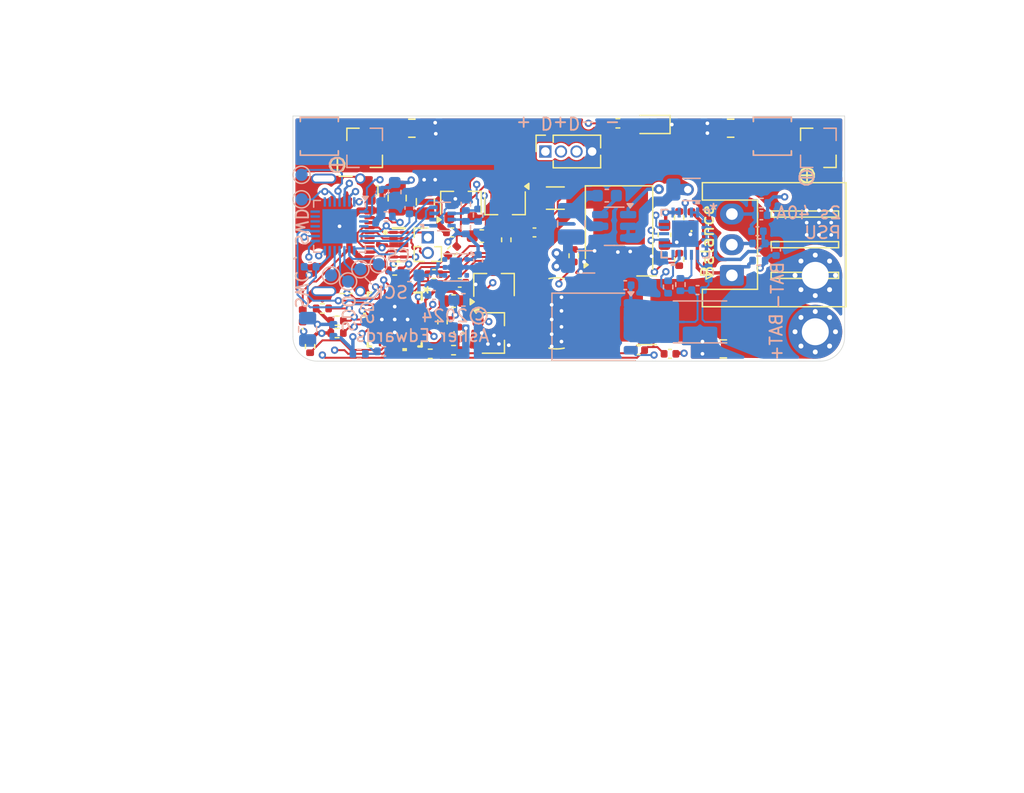
<source format=kicad_pcb>
(kicad_pcb (version 20240108) (generator "pcbnew") (generator_version "8.0")
  (title_block (title "CACKLE 2s 40A PSU & Charger") (date "2024-12-23") (rev "V1") (comment 1 "Author: Asher Edwards"))
  (layers (0 "F.Cu" signal) (1 "In1.Cu" signal) (2 "In2.Cu" signal) (31 "B.Cu" signal) (34 "B.Paste" user) (35 "F.Paste" user) (36 "B.SilkS" user "B.Silkscreen") (37 "F.SilkS" user "F.Silkscreen") (38 "B.Mask" user) (39 "F.Mask" user) (44 "Edge.Cuts" user))
  (net 0 "")
  (net 1 "/Connectors/3.3v")
  (net 2 "GND")
  (net 3 "/Battery Charger/IN")
  (net 4 "Net-(Q1-S)")
  (net 5 "Net-(Q3-G)")
  (net 6 "Net-(Q4-G)")
  (net 7 "Net-(Q4-S)")
  (net 8 "Net-(C4-Pad1)")
  (net 9 "Net-(U2-SW)")
  (net 10 "Net-(U2-BST)")
  (net 11 "Net-(D2-K)")
  (net 12 "Net-(Q1-G)")
  (net 13 "Net-(U3-SRP)")
  (net 14 "Net-(U3-SRN)")
  (net 15 "Net-(U1-BAT)")
  (net 16 "/Battery Charger/MOTORPWR")
  (net 17 "Net-(C7-Pad1)")
  (net 18 "Net-(Q2-D)")
  (net 19 "/Battery Balancer/Mid")
  (net 20 "/Battery Balancer/Up")
  (net 21 "/Battery Charger/Always On PWR")
  (net 22 "Net-(U3-BTST)")
  (net 23 "/Battery Balancer/Low")
  (net 24 "/Battery Charger/REGN")
  (net 25 "/Connectors/RS485+")
  (net 26 "Net-(D1-K)")
  (net 27 "Net-(D4-A)")
  (net 28 "/Battery Balancer/Bat Cell 1")
  (net 29 "/Connectors/RS485-")
  (net 30 "Net-(U3-CMPIN)")
  (net 31 "Net-(Q5-G)")
  (net 32 "Net-(Q6-G)")
  (net 33 "Net-(U1-SRP)")
  (net 34 "Net-(U1-SRN)")
  (net 35 "Net-(U1-DSG)")
  (net 36 "Net-(U3-CMSRC)")
  (net 37 "Net-(U3-ACDRV)")
  (net 38 "Net-(U3-BATDRV)")
  (net 39 "Net-(U3-BATSRC)")
  (net 40 "Net-(U3-ILIM)")
  (net 41 "Net-(U3-ACOK)")
  (net 42 "Net-(U3-TB_STAT_N)")
  (net 43 "/Battery Charger/Charger IADP")
  (net 44 "Net-(U3-BATPRES_N)")
  (net 45 "/SCL")
  (net 46 "/Battery Charger/Charger IDCHG")
  (net 48 "/SDA")
  (net 50 "/MCU/LED")
  (net 52 "/Battery Charger/Charger PROCHOT")
  (net 53 "/MCU/MISO")
  (net 56 "/Connectors/CC2")
  (net 57 "/MCU/UART1_RX")
  (net 58 "/MCU/MOSI")
  (net 59 "/MCU/UART1_TX")
  (net 60 "/MCU/SCLK")
  (net 61 "/Battery Balancer/Balancer Alert")
  (net 62 "/Connectors/CC1")
  (net 63 "/Connectors/D-")
  (net 65 "/Battery Charger/PWRON")
  (net 66 "/MCU/UART1-RTS")
  (net 70 "/MCU/CS")
  (net 76 "/Battery Charger/MCU3.3v")
  (net 77 "Net-(U3-ACP)")
  (net 78 "Net-(U3-ACN)")
  (net 79 "Net-(C18-Pad2)")
  (net 80 "Net-(C21-Pad2)")
  (net 81 "Net-(D1-A)")
  (net 82 "Net-(D2-A)")
  (net 83 "Net-(D3-A)")
  (net 84 "Net-(Q4-D)")
  (net 85 "Net-(NT8-Pad1)")
  (net 86 "Net-(NT14-Pad1)")
  (net 87 "/Battery Balancer/-BAT")
  (net 88 "/Battery Balancer/+BAT")
  (net 89 "/Connectors/D+")
  (net 90 "Net-(C3-Pad1)")
  (net 91 "Net-(C3-Pad2)")
  (footprint "custom_Connector:NetTie-2_SMD_Pad0.8mm" (layer "F.Cu") (at 130.396815 120.140685 45)
    (property "Reference" "NT4" (hide yes))
    (property "Value" "Charge NetTie" (hide yes))
  )
  (footprint "Capacitor_SMD:C_0402_1005Metric" (layer "F.Cu") (at 119.6 124.9 180)
    (property "Reference" "C9" (hide yes))
    (property "Value" "100nF, 16v")
  )
  (footprint "CDDFN10-3324P:CDDFN103324P" (layer "F.Cu") (at 116.388 122.5 -90)
    (property "Reference" "D11" (hide yes))
    (property "Value" "CDDFN10-3324P" (hide yes))
  )
  (footprint "Resistor_SMD:R_0402_1005Metric" (layer "F.Cu") (at 109.5 130.8 -90)
    (property "Reference" "R24" (hide yes))
    (property "Value" "10k")
  )
  (footprint "Resistor_SMD:R_0402_1005Metric" (layer "F.Cu") (at 120.3 128.8 90)
    (property "Reference" "R20" (hide yes))
    (property "Value" "10k")
  )
  (footprint "Resistor_SMD:R_0402_1005Metric" (layer "F.Cu") (at 139.6 123.7 -90)
    (property "Reference" "R10" (hide yes))
    (property "Value" "4.02k")
  )
  (footprint "Capacitor_SMD:C_0805_2012Metric" (layer "F.Cu") (at 143.2 131)
    (property "Reference" "C20" (hide yes))
    (property "Value" "10uF, 16v")
  )
  (footprint "Capacitor_SMD:C_0402_1005Metric" (layer "F.Cu") (at 138.85 131.4)
    (property "Reference" "C23" (hide yes))
    (property "Value" "100nF, 16v")
  )
  (footprint "Resistor_SMD:R_1206_3216Metric" (layer "F.Cu") (at 129.5 118.7 180)
    (property "Reference" "R1" (hide yes))
    (property "Value" "10mOhm, 1W")
  )
  (footprint "Package_TO_SOT_SMD:SC-59" (layer "F.Cu") (at 121.8 119.1 90)
    (property "Reference" "Q1" (hide yes))
    (property "Value" "PJA3430, or HL 2320A")
  )
  (footprint "Diode_SMD:D_0402_1005Metric" (layer "F.Cu") (at 140.6 120.3 90)
    (property "Reference" "D1" (hide yes))
    (property "Value" "GSDH3005")
  )
  (footprint "Package_TO_SOT_SMD:SC-59" (layer "F.Cu") (at 124.4 129.7)
    (property "Reference" "Q5" (hide yes))
    (property "Value" "PJA3430, or HL 2320A")
  )
  (footprint "Resistor_SMD:R_0402_1005Metric" (layer "F.Cu") (at 116.4 124.6 180)
    (property "Reference" "R19" (hide yes))
    (property "Value" "5.1k")
  )
  (footprint "Capacitor_SMD:C_0603_1608Metric" (layer "F.Cu") (at 138.4 121.7 -90)
    (property "Reference" "C2" (hide yes))
    (property "Value" "2.2uf, 16v")
  )
  (footprint "custom_Connector:NetTie-2_SMD_Pad0.2mm" (layer "F.Cu") (at 130.2 118.7)
    (property "Reference" "NT3" (hide yes))
    (property "Value" "Sense NetTie" (hide yes))
  )
  (footprint "Resistor_SMD:R_0402_1005Metric" (layer "F.Cu") (at 134.6 112.6)
    (property "Reference" "R25" (hide yes))
    (property "Value" "80.6 ohm")
  )
  (footprint "Capacitor_SMD:C_0402_1005Metric" (layer "F.Cu") (at 127.8 121.5)
    (property "Reference" "C10" (hide yes))
    (property "Value" "100nF, 16v")
  )
  (footprint "Capacitor_SMD:C_0805_2012Metric" (layer "F.Cu") (at 117.8 113 180)
    (property "Reference" "C12" (hide yes))
    (property "Value" "10uF, 16v")
  )
  (footprint "Capacitor_SMD:C_0402_1005Metric" (layer "F.Cu") (at 121.1 121.5)
    (property "Reference" "C5" (hide yes))
    (property "Value" "1nF, 16v")
  )
  (footprint "custom_Connector:Keystone_3579" (layer "F.Cu") (at 110.25 113.65 180)
    (property "Reference" "J3" (hide yes))
    (property "Value" "Keystone 3579")
  )
  (footprint "Capacitor_SMD:C_0805_2012Metric" (layer "F.Cu") (at 118.9 119 90)
    (property "Reference" "C7" (hide yes))
    (property "Value" "10uF, 16v")
  )
  (footprint "custom_Passives:R_Vishay_2818" (layer "F.Cu") (at 136.95 127.85 180)
    (property "Reference" "R18" (hide yes))
    (property "Value" "5mOhm, 10W, 2818")
  )
  (footprint "Diode_SMD:D_0402_1005Metric" (layer "F.Cu") (at 108.9 128.3 90)
    (property "Reference" "D3" (hide yes))
    (property "Value" "GSDH3005")
  )
  (footprint "Resistor_SMD:R_0402_1005Metric" (layer "F.Cu") (at 139.6 120.3 90)
    (property "Reference" "R3" (hide yes))
    (property "Value" "100ohm")
  )
  (footprint "Inductor_SMD:L_Bourns_SDR0604" (layer "F.Cu") (at 129.6 128.1 90)
    (property "Reference" "L2" (hide yes))
    (property "Value" "6.8uH HPC HPC5040NF-6R8M")
  )
  (footprint "Connector_JST:JST_XH_S3B-XH-A_1x03_P2.50mm_Horizontal" (layer "F.Cu") (at 143.9 125 90)
    (property "Reference" "J2" (hide yes))
    (property "Value" "JST XH-S Balance Plug")
  )
  (footprint "custom_Connector:NetTie-2_SMD_Pad0.28mm" (layer "F.Cu") (at 112.4 123.1 45)
    (property "Reference" "NT12" (hide yes))
    (property "Value" "PWR NetTie" (hide yes))
  )
  (footprint "Resistor_SMD:R_0402_1005Metric" (layer "F.Cu") (at 121.1 123 45)
    (property "Reference" "R8" (hide yes))
    (property "Value" "4.02k")
  )
  (footprint "custom_Connector:Keystone_3569_half" (layer "F.Cu") (at 113.95 112.05)
    (property "Reference" "J5" (hide yes))
    (property "Value" "Keystone 3569")
  )
  (footprint "Resistor_SMD:R_0402_1005Metric" (layer "F.Cu") (at 110.5 127.7)
    (property "Reference" "R23" (hide yes))
    (property "Value" "10k")
  )
  (footprint "Connector_PinSocket_1.27mm:PinSocket_1x04_P1.27mm_Vertical" (layer "F.Cu") (at 128.69 114.9 90)
    (property "Reference" "J11" (hide yes))
    (property "Value" "1.27mm 4 pin socket")
  )
  (footprint "Package_TO_SOT_SMD:SC-59" (layer "F.Cu") (at 124.5 125.8 90)
    (property "Reference" "Q4" (hide yes))
    (property "Value" "PJA3430, or HL 2320A")
  )
  (footprint "Capacitor_SMD:C_0402_1005Metric" (layer "F.Cu") (at 121.6 129.7 -90)
    (property "Reference" "C21" (hide yes))
    (property "Value" "100nF, 16v")
  )
  (footprint "Resistor_SMD:R_0805_2012Metric" (layer "F.Cu") (at 116.6 118.7 90)
    (property "Reference" "R2" (hide yes))
    (property "Value" "2ohm")
  )
  (footprint "Capacitor_SMD:C_0402_1005Metric" (layer "F.Cu") (at 121.7 125.6)
    (property "Reference" "C11" (hide yes))
    (property "Value" "100nF, 16v")
  )
  (footprint "Resistor_SMD:R_0402_1005Metric" (layer "F.Cu") (at 121.2 131.1 180)
    (property "Reference" "R21" (hide yes))
    (property "Value" "10ohm")
  )
  (footprint "Connector_PinHeader_1.27mm:PinHeader_1x02_P1.27mm_Vertical" (layer "F.Cu") (at 119.1 121.9)
    (property "Reference" "J12" (hide yes))
    (property "Value" "USB")
  )
  (footprint "custom_Connector:NetTie-2_SMD_Pad0.2mm" (layer "F.Cu") (at 128.8 118.7 180)
    (property "Reference" "NT2" (hide yes))
    (property "Value" "Sense NetTie" (hide yes))
  )
  (footprint "custom_Connector:NetTie-2_SMD_Pad0.2mm" (layer "F.Cu") (at 124.924999 121.8 180)
    (property "Reference" "NT14" (hide yes))
    (property "Value" "Sense NetTie" (hide yes))
  )
  (footprint "LED_SMD:LED_0603_1608Metric_Pad1.05x0.95mm_HandSolder" (layer "F.Cu") (at 137.2 112.7 180)
    (property "Reference" "D4" (hide yes))
    (property "Value" "2.6~3.1 Fv Green 5ma")
  )
  (footprint "Capacitor_SMD:C_0805_2012Metric" (layer "F.Cu") (at 143.8 113)
    (property "Reference" "C14" (hide yes))
    (property "Value" "10uF, 16v")
  )
  (footprint "Resistor_SMD:R_0402_1005Metric" (layer "F.Cu") (at 111.7 128.7 180)
    (property "Reference" "R29" (hide yes))
    (property "Value" "10k")
  )
  (footprint "Capacitor_SMD:C_0402_1005Metric" (layer "F.Cu") (at 136.3 131.1)
    (property "Reference" "C22" (hide yes))
    (property "Value" "100nF, 16v")
  )
  (footprint "Package_DFN_QFN:PQFN-8-EP_6x5mm_P1.27mm_Generic" (layer "F.Cu") (at 134.7 121.4 90)
    (property "Reference" "Q3" (hide yes))
    (property "Value" "Vishay sir404dp, or SiR500DP")
  )
  (footprint "Resistor_SMD:R_0402_1005Metric" (layer "F.Cu") (at 131 123.4 -90)
    (property "Reference" "R12" (hide yes))
    (property "Value" "10ohm")
  )
  (footprint "Package_TO_SOT_SMD:SC-59" (layer "F.Cu") (at 125.4 119.1 -90)
    (property "Reference" "Q2" (hide yes))
    (property "Value" "PJA3430, or HL 2320A")
  )
  (footprint "Resistor_SMD:R_0402_1005Metric" (layer "F.Cu") (at 125.5 122.1 90)
    (property "Reference" "R7" (hide yes))
    (property "Value" "4.02k")
  )
  (footprint "custom_Connector:Keystone_3579" (layer "F.Cu") (at 147.199999 113.65 180)
    (property "Reference" "J1" (hide yes))
    (property "Value" "Keystone 3579")
  )
  (footprint "MountingHole:MountingHole_2.2mm_M2_Pad_Via" (layer "F.Cu") (at 150.7 129.6)
    (property "Reference" "H1" (hide yes))
    (property "Value" "Bat+")
  )
  (footprint "BQ24780:RUY0028A" (layer "F.Cu") (at 116.4 128.6 -90)
    (property "Reference" "U3" (hide yes))
    (property "Value" "BQ24780SRUYR")
  )
  (footprint "custom_Connector:Keystone_3569_half" (layer "F.Cu") (at 150.95 112.05)
    (property "Reference" "J4" (hide yes))
    (property "Value" "Keystone 3569")
  )
  (footprint "Capacitor_SMD:C_0603_1608Metric" (layer "F.Cu") (at 123.5 121.8 180)
    (property "Reference" "C6" (hide yes))
    (property "Value" "47nF, 16v")
  )
  (footprint "custom_Connector:USB_C_G-Switch_GT-USB-7025-JLCPCBv" (layer "F.Cu") (at 110.9 121.7 -90)
    (property "Reference" "J10" (hide yes))
    (property "Value" "G-Switch-GT-USB-7025")
  )
  (footprint "Capacitor_SMD:C_0603_1608Metric" (layer "F.Cu") (at 121.2 127.1)
    (property "Reference" "C17" (hide yes))
    (property "Value" "47nF, 16v")
  )
  (footprint "Resistor_SMD:R_0402_1005Metric" (layer "F.Cu") (at 111.7 129.7 180)
    (property "Reference" "R11" (hide yes))
    (property "Value" "10k")
  )
  (footprint "custom_Connector:NetTie-2_SMD_Pad0.28mm" (layer "F.Cu") (at 142.645 124.8 180)
    (property "Reference" "NT9" (hide yes))
    (property "Value" "PWR NetTie" (hide yes))
  )
  (footprint "Resistor_SMD:R_0402_1005Metric" (layer "F.Cu") (at 119.3 131.4 180)
    (property "Reference" "R22" (hide yes))
    (property "Value" "10ohm")
  )
  (footprint "Capacitor_SMD:C_0402_1005Metric" (layer "B.Cu") (at 119.6 125.1 -90)
    (property "Reference" "C32" (hide yes))
    (property "Value" "100nF, 16v")
  )
  (footprint "Resistor_SMD:R_0402_1005Metric" (layer "B.Cu") (at 113.5 131.4 180)
    (property "Reference" "R30" (hide yes))
    (property "Value" "866k")
  )
  (footprint "Package_SON:WSON-6-1EP_2x2mm_P0.65mm_EP1x1.6mm" (layer "B.Cu") (at 121.3875 124.35 180)
    (property "Reference" "U7" (hide yes))
    (property "Value" "TPS7A2633DRV")
  )
  (footprint "custom_Connector:NetTie-2_SMD_Pad0.28mm" (layer "B.Cu") (at 145.155 120 180)
    (property "Reference" "NT7" (hide yes))
    (property "Value" "PWR NetTie" (hide yes))
  )
  (footprint "Resistor_SMD:R_0402_1005Metric" (layer "B.Cu") (at 122.2 119.2 90)
    (property "Reference" "R26" (hide yes))
    (property "Value" "120 ohm")
  )
  (footprint "Capacitor_SMD:C_0402_1005Metric" (layer "B.Cu") (at 119.6 126.6)
    (property "Reference" "C15" (hide yes))
    (property "Value" "1uf, 16v")
  )
  (footprint "Capacitor_SMD:C_1206_3216Metric" (layer "B.Cu") (at 140.6 118)
    (property "Reference" "C28" (hide yes))
    (property "Value" "22uf, 16v CL31A226MOCLNN")
  )
  (footprint "Resistor_SMD:R_0402_1005Metric" (layer "B.Cu") (at 115.5 131.2 180)
    (property "Reference" "R31" (hide yes))
    (property "Value" "866k")
  )
  (footprint "Capacitor_SMD:C_0603_1608Metric" (layer "B.Cu") (at 117.6 125 180)
    (property "Reference" "C31" (hide yes))
    (property "Value" "10uF, 16v")
  )
  (footprint "Capacitor_SMD:C_0603_1608Metric" (layer "B.Cu") (at 133.7 118.5 180)
    (property "Reference" "C40" (hide yes))
    (property "Value" "100nF, 16v")
  )
  (footprint "custom_Connector:NetTie-2_SMD_Pad0.28mm" (layer "B.Cu") (at 145 124.3 180)
    (property "Reference" "NT8" (hide yes))
    (property "Value" "PWR NetTie" (hide yes))
  )
  (footprint "TestPoint:TestPoint_Pad_D1.0mm" (layer "B.Cu") (at 108.8 116.8 180)
    (property "Reference" "TP4" (hide yes))
    (property "Value" "SWD" (hide yes))
  )
  (footprint "TestPoint:TestPoint_Pad_D1.0mm" (layer "B.Cu") (at 113.6 124.5 180)
    (property "Reference" "TP3" (hide yes))
    (property "Value" "SCK")
  )
  (footprint "Capacitor_SMD:C_0603_1608Metric" (layer "B.Cu") (at 122 127)
    (property "Reference" "C24" (hide yes))
    (property "Value" "2.2uf, 16v")
  )
  (footprint "Resistor_SMD:R_0402_1005Metric" (layer "B.Cu") (at 146.1 122.4 180)
    (property "Reference" "R16" (hide yes))
    (property "Value" "10ohm")
  )
  (footprint "Package_TO_SOT_SMD:SOT-583-8" (layer "B.Cu") (at 120.3 120.2)
    (property "Reference" "U5" (hide yes))
    (property "Value" "THVD1420DRLR")
  )
  (footprint "Capacitor_SMD:C_0402_1005Metric" (layer "B.Cu") (at 147.5 122.9 90)
    (property "Reference" "C13" (hide yes))
    (property "Value" "220nF, 16v")
  )
  (footprint "Resistor_SMD:R_0402_1005Metric" (layer "B.Cu") (at 146.3 119.1 180)
    (property "Reference" "R17" (hide yes))
    (property "Value" "10ohm")
  )
  (footprint "TestPoint:TestPoint_Pad_D1.0mm" (layer "B.Cu") (at 115.1 124.1 180)
    (property "Reference" "TP2" (hide yes))
    (property "Value" "CS")
  )
  (footprint "Inductor_SMD:L_1008_2520Metric" (layer "B.Cu") (at 130.8 120.8 -90)
    (property "Reference" "L3" (hide yes))
    (property "Value" "2.2uH, WIP322512A-2R2MLDG")
  )
  (footprint "Resistor_SMD:R_0402_1005Metric" (layer "B.Cu") (at 138.7 125.95 -90)
    (property "Reference" "R6" (hide yes))
    (property "Value" "5.1k")
  )
  (footprint "custom_Connector:NetTie-2_SMD_Pad0.2mm" (layer "B.Cu") (at 142.8 128.8 180)
    (property "Reference" "NT1" (hide yes))
    (property "Value" "Sense NetTie" (hide yes))
  )
  (footprint "TestPoint:TestPoint_Pad_D1.0mm" (layer "B.Cu") (at 112.6 125.5 180)
    (property "Reference" "TP5" (hide yes))
    (property "Value" "SDI")
  )
  (footprint "TestPoint:TestPoint_Pad_D1.0mm" (layer "B.Cu") (at 111.2 125 180)
    (property "Reference" "TP6" (hide yes))
    (property "Value" "SDO")
  )
  (footprint "Resistor_SMD:R_0402_1005Metric" (layer "B.Cu") (at 139.7 125.75 -90)
    (property "Reference" "R5" (hide yes))
    (property "Value" "100ohm")
  )
  (footprint "custom_Passives:R_2512_6332Metric_6W" (layer "B.Cu") (at 141.3 128.8)
    (property "Reference" "R14" (hide yes))
    (property "Value" "1mOhm, 6W")
  )
  (footprint "Resistor_SMD:R_0402_1005Metric" (layer "B.Cu") (at 123.2 120.1 -90)
    (property "Reference" "R27" (hide yes))
    (property "Value" "120 ohm")
  )
  (footprint "custom_Connector:NetTie-2_SMD_Pad0.28mm" (layer "B.Cu") (at 112.4 130.5 -45)
    (property "Reference" "NT10" (hide yes))
    (property "Value" "PWR NetTie" (hide yes))
  )
  (footprint "Capacitor_SMD:C_0402_1005Metric" (layer "B.Cu") (at 109.5 124.3 180)
    (property "Reference" "C30" (hide yes))
    (property "Value" "100pF")
  )
  (footprint "Resistor_SMD:R_0402_1005Metric" (layer "B.Cu") (at 115.7 120.2)
    (property "Reference" "R33" (hide yes))
    (property "Value" "5.1k")
  )
  (footprint "Resistor_SMD:R_0402_1005Metric" (layer "B.Cu") (at 142 124.8 -90)
    (property "Reference" "R4" (hide yes))
    (property "Value" "100ohm")
  )
  (footprint "custom_Connector:Keystone_3569_half" (layer "B.Cu") (at 150.95 112.05 180)
    (property "Reference" "J8" (hide yes))
    (property "Value" "Keystone 3569")
  )
  (footprint "Capacitor_SMD:C_0402_1005Metric" (layer "B.Cu") (at 115.2 118.5 -90)
    (property "Reference" "C25" (hide yes))
    (property "Value" "100nF, 16v")
  )
  (footprint "Capacitor_SMD:C_0402_1005Metric" (layer "B.Cu") (at 146.3 120.1 180)
    (property "Reference" "C19" (hide yes))
    (property "Value" "220nF, 16v")
  )
  (footprint "Package_DFN_QFN:PQFN-8-EP_6x5mm_P1.27mm_Generic" (layer "B.Cu") (at 132.925 129.2 180)
    (property "Reference" "Q6" (hide yes))
    (property "Value" "Vishay sir404dp, or SiR500DP")
  )
  (footprint "Capacitor_SMD:C_0402_1005Metric" (layer "B.Cu") (at 123.2 123.8 -90)
    (property "Reference" "C33" (hide yes))
    (property "Value" "2.2uF, 16v")
  )
  (footprint "Capacitor_SMD:C_0402_1005Metric" (layer "B.Cu") (at 145.98 121.4 180)
    (property "Reference" "C18" (hide yes))
    (property "Value" "220nF, 16v")
  )
  (footprint "custom_Connector:Keystone_3579" (layer "B.Cu") (at 110.25 113.65)
    (property "Reference" "J7" (hide yes))
    (property "Value" "Keystone 3579")
  )
  (footprint "BQ76905:VQFN20_RGR_TEX" (layer "B.Cu") (at 140.1 121.6 180)
    (property "Reference" "U1" (hide yes))
    (property "Value" "BQ76905RGRR")
  )
  (footprint "Capacitor_SMD:C_0402_1005Metric" (layer "B.Cu") (at 135.2 125.8 180)
    (property "Reference" "C4" (hide yes))
    (property "Value" "100nF, 16v")
  )
  (footprint "Capacitor_SMD:C_1206_3216Metric" (layer "B.Cu") (at 132 123.9)
    (property "Reference" "C27" (hide yes))
    (property "Value" "22uf, 16v CL31A226MOCLNN")
  )
  (footprint "Package_DFN_QFN:QFN-28-1EP_4x4mm_P0.4mm_EP2.8x2.8mm" (layer "B.Cu") (at 111.9 121 180)
    (property "Reference" "U6" (hide yes))
    (property "Value" "CH32X035G8U6")
  )
  (footprint "Resistor_SMD:R_0805_2012Metric" (layer "B.Cu") (at 109.3 129.4 90)
    (property "Reference" "R9" (hide yes))
    (property "Value" "10ohm")
  )
  (footprint "TestPoint:TestPoint_Pad_D1.0mm" (layer "B.Cu") (at 108.8 118.8 180)
    (property "Reference" "TP1" (hide yes))
    (property "Value" "SWC" (hide yes))
  )
  (footprint "Resistor_SMD:R_0402_1005Metric" (layer "B.Cu") (at 146.1 123.8 180)
    (property "Reference" "R15" (hide yes))
    (property "Value" "10ohm")
  )
  (footprint "Resistor_SMD:R_0402_1005Metric" (layer "B.Cu") (at 122.2 121.1 90)
    (property "Reference" "R28" (hide yes))
    (property "Value" "120 ohm")
  )
  (footprint "custom_Connector:NetTie-2_SMD_Pad0.2mm" (layer "B.Cu") (at 139.8 128.8)
    (property "Reference" "NT11" (hide yes))
    (property "Value" "Sense NetTie" (hide yes))
  )
  (footprint "Package_TO_SOT_SMD:TSOT-23-6" (layer "B.Cu") (at 134.3 121 180)
    (property "Reference" "U2" (hide yes))
    (property "Value" "AP63203WU")
  )
  (footprint "Diode_SMD:D_0402_1005Metric" (layer "B.Cu") (at 111.4 129.5 -90)
    (property "Reference" "D2" (hide yes))
    (property "Value" "GSDH3005")
  )
  (footprint "custom_Connector:Keystone_3569_half" (layer "B.Cu") (at 113.95 112.05 180)
    (property "Reference" "J9" (hide yes))
    (property "Value" "Keystone 3569")
  )
  (footprint "Capacitor_SMD:C_0603_1608Metric" (layer "B.Cu") (at 116.4 118.2 -90)
    (property "Reference" "C26" (hide yes))
    (property "Value" "4.7uF, 16v")
  )
  (footprint "Capacitor_SMD:C_0402_1005Metric" (layer "B.Cu") (at 117.6 119.5 90)
    (property "Reference" "C29" (hide yes))
    (property "Value" "100pF")
  )
  (footprint "custom_Connector:Keystone_3579" (layer "B.Cu") (at 147.200001 113.65)
    (property "Reference" "J6" (hide yes))
    (property "Value" "Keystone 3579")
  )
  (footprint "Capacitor_SMD:C_0402_1005Metric" (layer "B.Cu") (at 141.1 126.2 180)
    (property "Reference" "C3" (hide yes))
    (property "Value" "100nF, 16v")
  )
  (footprint "MountingHole:MountingHole_2.2mm_M2_Pad_Via" (layer "B.Cu") (at 150.7 125 -45)
    (property "Reference" "H2" (hide yes))
    (property "Value" "Bat-")
  )
  (gr_line (start 114.5 125.7) (end 114 125.2) (stroke (width 0.12)) (layer "B.SilkS"))
  (gr_line (start 108.1 130) (end 108.1 112) (stroke (width 0.05)) (layer "Edge.Cuts"))
  (gr_line (start 108.1 112) (end 153.1 112) (stroke (width 0.05)) (layer "Edge.Cuts"))
  (gr_arc (start 153.1 130) (mid 152.514214 131.414214) (end 151.1 132) (stroke (width 0.05)) (layer "Edge.Cuts"))
  (gr_line (start 151.1 132) (end 110.1 132) (stroke (width 0.05)) (layer "Edge.Cuts"))
  (gr_arc (start 110.1 132) (mid 108.685786 131.414214) (end 108.1 130) (stroke (width 0.05)) (layer "Edge.Cuts"))
  (gr_line (start 153.1 112) (end 153.1 130) (stroke (width 0.05)) (layer "Edge.Cuts"))
  (gr_text "BAT+" (at 148.1 128 90) (layer "B.SilkS") (effects (font (size 1 1)) (justify left bottom mirror)))
  (gr_text "⊖" (at 151 117.8 0) (layer "B.SilkS") (effects (font (size 1.5 1.5)) (justify left bottom mirror)))
  (gr_text "⊖" (at 112.7 116.75 0) (layer "B.SilkS") (effects (font (size 1.5 1.5)) (justify left bottom mirror)))
  (gr_text "2s 40A\nPSU" (at 152.9 122.1 0) (layer "B.SilkS") (effects (font (size 1 1)) (justify left bottom mirror)))
  (gr_text "+ D+D- -" (at 126.2 112 180) (layer "B.SilkS") (effects (font (size 1 1)) (justify left bottom mirror)))
  (gr_text "©2024\nAsher Edwards" (at 124.2 130.5 0) (layer "B.SilkS") (effects (font (size 1 1)) (justify left bottom mirror)))
  (gr_text "SWC , SWD" (at 108.2 127.8 270) (layer "B.SilkS") (effects (font (size 1 1)) (justify left bottom mirror)))
  (gr_text "BAT-" (at 148.2 123.8 90) (layer "B.SilkS") (effects (font (size 1 1)) (justify left bottom mirror)))
  (gr_text "⊕" (at 110.7 116.75 -0) (layer "F.SilkS") (effects (font (size 1.5 1.5)) (justify left bottom)))
  (gr_text "Balance" (at 142.5 125.3 90) (layer "F.SilkS") (effects (font (size 1 1)) (justify left bottom)))
  (gr_text "⊕" (at 149 117.6 -0) (layer "F.SilkS") (effects (font (size 1.5 1.5)) (justify left bottom)))
  (via (at 129.6 123.2) (size 0.8) (drill 0.4) (layers "F.Cu" "B.Cu") (net 1))
  (via (at 129.6 124.26) (size 0.8) (drill 0.4) (layers "F.Cu" "B.Cu") (net 1))
  (via (at 137.949999 117.9728) (size 0.8) (drill 0.4) (layers "F.Cu" "B.Cu") (net 1))
  (segment (start 130.8 121.875) (end 130.525 122.15) (width 0.8) (layer "B.Cu") (net 1))
  (segment (start 135.4375 119.5625) (end 135.4375 120.05) (width 0.28) (layer "B.Cu") (net 1))
  (segment (start 129.6 124.26) (end 129.874966 123.985034) (width 0.8) (layer "B.Cu") (net 1))
  (segment (start 130.525 123.9) (end 130.439966 123.985034) (width 0.6) (layer "B.Cu") (net 1))
  (segment (start 137.0272 117.9728) (end 135.4375 119.5625) (width 0.28) (layer "B.Cu") (net 1))
  (segment (start 130.385034 123.985034) (end 130.439966 123.985034) (width 0.8) (layer "B.Cu") (net 1))
  (segment (start 130.525 122.15) (end 130.525 123.9) (width 0.8) (layer "B.Cu") (net 1))
  (segment (start 137.949999 117.9728) (end 137.0272 117.9728) (width 0.28) (layer "B.Cu") (net 1))
  (segment (start 129.6 123.2) (end 130.385034 123.985034) (width 0.8) (layer "B.Cu") (net 1))
  (segment (start 129.874966 123.985034) (end 130.439966 123.985034) (width 0.8) (layer "B.Cu") (net 1))
  (segment (start 139 112.7) (end 138.075 112.7) (width 0.16) (layer "F.Cu") (net 2))
  (segment (start 114.35 117.865) (end 113.59 117.105) (width 0.16) (layer "F.Cu") (net 2))
  (segment (start 114.35 125.535) (end 113.59 126.295) (width 0.16) (layer "F.Cu") (net 2))
  (segment (start 118.299999 129.8) (end 117.6 129.8) (width 0.2) (layer "F.Cu") (net 2))
  (segment (start 124.76 119.862204) (end 126.032204 118.59) (width 0.16) (layer "F.Cu") (net 2))
  (segment (start 117.47 124.04) (end 116.91 124.6) (width 0.16) (layer "F.Cu") (net 2))
  (segment (start 140 131.35) (end 139.38 131.35) (width 0.28) (layer "F.Cu") (net 2))
  (segment (start 123.02 116.88) (end 122.544774 117.355226) (width 0.16) (layer "F.Cu") (net 2))
  (segment (start 119.75 113.45) (end 119.2 113.45) (width 0.16) (layer "F.Cu") (net 2))
  (segment (start 114.35 119.1) (end 114.35 118.185) (width 0.16) (layer "F.Cu") (net 2))
  (segment (start 113.59 117.105) (end 113.445 116.96) (width 0.16) (layer "F.Cu") (net 2))
  (segment (start 117.495367 124.04) (end 117.47 124.04) (width 0.16) (layer "F.Cu") (net 2))
  (segment (start 122.037157 118.762843) (end 121.344634 118.762843) (width 0.16) (layer "F.Cu") (net 2))
  (segment (start 126.3 122.9) (end 126.3 121.535929) (width 0.16) (layer "F.Cu") (net 2))
  (segment (start 125.764071 121) (end 125.022204 121) (width 0.16) (layer "F.Cu") (net 2))
  (segment (start 122.544774 118.255226) (end 122.037157 118.762843) (width 0.16) (layer "F.Cu") (net 2))
  (segment (start 117.539569 124.084202) (end 117.495367 124.04) (width 0.16) (layer "F.Cu") (net 2))
  (segment (start 115.474994 122.635) (end 116.99 122.635) (width 0.16) (layer "F.Cu") (net 2))
  (segment (start 122.544774 117.355226) (end 122.544774 118.255226) (width 0.16) (layer "F.Cu") (net 2))
  (segment (start 126.02 123.18) (end 126.3 122.9) (width 0.16) (layer "F.Cu") (net 2))
  (segment (start 120.08 124.9) (end 120.25 124.73) (width 0.16) (layer "F.Cu") (net 2))
  (segment (start 126.032204 118.59) (end 126.745 118.59) (width 0.16) (layer "F.Cu") (net 2))
  (segment (start 113.445 116.96) (end 110.755 116.96) (width 0.16) (layer "F.Cu") (net 2))
  (segment (start 119.7 112.55) (end 119.25 113) (width 0.16) (layer "F.Cu") (net 2))
  (segment (start 110.755 116.96) (end 110.61 117.105) (width 0.16) (layer "F.Cu") (net 2))
  (segment (start 120.25 124.73) (end 120.97 124.73) (width 0.16) (layer "F.Cu") (net 2))
  (segment (start 120.97 124.73) (end 122.52 123.18) (width 0.16) (layer "F.Cu") (net 2))
  (segment (start 122.32 125.74) (end 122.18 125.6) (width 0.16) (layer "F.Cu") (net 2))
  (segment (start 127.1 118.235) (end 127.1 117.572204) (width 0.16) (layer "F.Cu") (net 2))
  (segment (start 124 130.6) (end 123.5 130.6) (width 0.2) (layer "F.Cu") (net 2))
  (segment (start 126.407796 116.88) (end 123.02 116.88) (width 0.16) (layer "F.Cu") (net 2))
  (segment (start 141.9 113.4) (end 142.45 113.4) (width 0.16) (layer "F.Cu") (net 2))
  (segment (start 126.3 121.535929) (end 125.764071 121) (width 0.16) (layer "F.Cu") (net 2))
  (segment (start 142.45 113.4) (end 142.85 113) (width 0.16) (layer "F.Cu") (net 2))
  (segment (start 114.35 118.185) (end 114.35 117.865) (width 0.16) (layer "F.Cu") (net 2))
  (segment (start 114.35 124.3) (end 114.35 125.215) (width 0.16) (layer "F.Cu") (net 2))
  (segment (start 139.38 131.35) (end 139.33 131.4) (width 0.28) (layer "F.Cu") (net 2))
  (segment (start 142.3 113) (end 142.85 113) (width 0.16) (layer "F.Cu") (net 2))
  (segment (start 126.745 118.59) (end 127.1 118.235) (width 0.16) (layer "F.Cu") (net 2))
  (segment (start 114.35 125.215) (end 114.35 125.535) (width 0.16) (layer "F.Cu") (net 2))
  (segment (start 122.2 129.311716) (end 121.691716 129.311716) (width 0.16) (layer "F.Cu") (net 2))
  (segment (start 116.99 122.635) (end 117.125 122.5) (width 0.16) (layer "F.Cu") (net 2))
  (segment (start 122.52 123.18) (end 126.02 123.18) (width 0.16) (layer "F.Cu") (net 2))
  (segment (start 119.25 113) (end 118.75 113) (width 0.16) (layer "F.Cu") (net 2))
  (segment (start 121.691716 129.311716) (end 121.6 129.22) (width 0.16) (layer "F.Cu") (net 2))
  (segment (start 127.1 117.572204) (end 126.407796 116.88) (width 0.16) (layer "F.Cu") (net 2))
  (segment (start 141.9 112.6) (end 142.3 113) (width 0.16) (layer "F.Cu") (net 2))
  (segment (start 123 125.74) (end 122.32 125.74) (width 0.16) (layer "F.Cu") (net 2))
  (segment (start 117.6 129.8) (end 116.4 128.6) (width 0.2) (layer "F.Cu") (net 2))
  (segment (start 125.022204 121) (end 124.76 120.737796) (width 0.16) (layer "F.Cu") (net 2))
  (segment (start 115.365 122.744994) (end 115.474994 122.635) (width 0.16) (layer "F.Cu") (net 2))
  (segment (start 124.76 120.737796) (end 124.76 119.862204) (width 0.16) (layer "F.Cu") (net 2))
  (segment (start 119.2 113.45) (end 118.75 113) (width 0.16) (layer "F.Cu") (net 2))
  (via (at 130 129.2) (size 0.6) (drill 0.3) (layers "F.Cu" "B.Cu") (net 2))
  (via (at 150 121.7) (size 0.6) (drill 0.3) (layers "F.Cu" "B.Cu") (net 2))
  (via (at 129.2 128.6) (size 0.6) (drill 0.3) (layers "F.Cu" "B.Cu") (net 2))
  (via (at 152 120.7) (size 0.6) (drill 0.3) (layers "F.Cu" "B.Cu") (net 2))
  (via (at 119.7 112.55) (size 0.6) (drill 0.3) (layers "F.Cu" "B.Cu") (net 2))
  (via (at 124.9 130.6) (size 0.6) (drill 0.3) (layers "F.Cu" "B.Cu") (net 2))
  (via (at 109.412841 124.96708) (size 0.6) (drill 0.3) (layers "F.Cu" "B.Cu") (net 2))
  (via (at 141.9 113.4) (size 0.6) (drill 0.3) (layers "F.Cu" "B.Cu") (net 2))
  (via (at 131.845 123.9) (size 0.6) (drill 0.3) (layers "F.Cu" "B.Cu") (net 2))
  (via (at 124 130.6) (size 0.6) (drill 0.3) (layers "F.Cu" "B.Cu") (net 2))
  (via (at 118.8 117.2) (size 0.6) (drill 0.3) (layers "F.Cu" "B.Cu") (net 2))
  (via (at 130 127.9) (size 0.6) (drill 0.3) (layers "F.Cu" "B.Cu") (net 2))
  (via (at 151 120.7) (size 0.6) (drill 0.3) (layers "F.Cu" "B.Cu") (net 2))
  (via (at 151 121.7) (size 0.6) (drill 0.3) (layers "F.Cu" "B.Cu") (net 2))
  (via (at 152 119.7) (size 0.6) (drill 0.3) (layers "F.Cu" "B.Cu") (net 2))
  (via (at 115.365 122.744994) (size 0.6) (drill 0.3) (layers "F.Cu" "B.Cu") (net 2))
  (via (at 137.350595 123.44) (size 0.6) (drill 0.3) (layers "F.Cu" "B.Cu") (net 2))
  (via (at 123 125.74) (size 0.6) (drill 0.3) (layers "F.Cu" "B.Cu") (net 2))
  (via (at 130 126.78) (size 0.6) (drill 0.3) (layers "F.Cu" "B.Cu") (net 2))
  (via (at 141.5 130.4) (size 0.6) (drill 0.3) (layers "F.Cu" "B.Cu") (net 2))
  (via (at 150 120.7) (size 0.6) (drill 0.3) (layers "F.Cu" "B.Cu") (net 2))
  (via (at 141.5 131.4) (size 0.6) (drill 0.3) (layers "F.Cu" "B.Cu") (net 2))
  (via (at 135.607048 123.056411) (size 0.6) (drill 0.3) (layers "F.Cu" "B.Cu") (net 2))
  (via (at 134.6 123.1) (size 0.6) (drill 0.3) (layers "F.Cu" "B.Cu") (net 2))
  (via (at 123.5 129.7) (size 0.6) (drill 0.3) (layers "F.Cu" "B.Cu") (net 2))
  (via (at 152 121.7) (size 0.6) (drill 0.3) (layers "F.Cu" "B.Cu") (net 2))
  (via (at 124.5 129.9) (size 0.6) (drill 0.3) (layers "F.Cu" "B.Cu") (net 2))
  (via (at 129.2 130.8) (size 0.6) (drill 0.3) (layers "F.Cu" "B.Cu") (net 2))
  (via (at 129.2 127.4) (size 0.6) (drill 0.3) (layers "F.Cu" "B.Cu") (net 2))
  (via (at 131.584856 124.7) (size 0.6) (drill 0.3) (layers "F.Cu" "B.Cu") (net 2))
  (via (at 125.7 130.7) (size 0.6) (drill 0.3) (layers "F.Cu" "B.Cu") (net 2))
  (via (at 132.7 123.005) (size 0.6) (drill 0.3) (layers "F.Cu" "B.Cu") (net 2))
  (via (at 139 112.7) (size 0.6) (drill 0.3) (layers "F.Cu" "B.Cu") (net 2))
  (via (at 151 119.7) (size 0.6) (drill 0.3) (layers "F.Cu" "B.Cu") (net 2))
  (via (at 130 130.4) (size 0.6) (drill 0.3) (layers "F.Cu" "B.Cu") (net 2))
  (via (at 122.2 129.311716) (size 0.6) (drill 0.3) (layers "F.Cu" "B.Cu") (net 2))
  (via (at 129.2 129.8) (size 0.6) (drill 0.3) (layers "F.Cu" "B.Cu") (net 2))
  (via (at 140 131.35) (size 0.6) (drill 0.3) (layers "F.Cu" "B.Cu") (net 2))
  (via (at 121.344634 118.762843) (size 0.6) (drill 0.3) (layers "F.Cu" "B.Cu") (net 2))
  (via (at 117.539569 124.084202) (size 0.6) (drill 0.3) (layers "F.Cu" "B.Cu") (net 2))
  (via (at 141.9 112.6) (size 0.6) (drill 0.3) (layers "F.Cu" "B.Cu") (net 2))
  (via (at 150 119.7) (size 0.6) (drill 0.3) (layers "F.Cu" "B.Cu") (net 2))
  (via (at 119.7 117.2) (size 0.6) (drill 0.3) (layers "F.Cu" "B.Cu") (net 2))
  (via (at 111.9 121) (size 0.6) (drill 0.3) (layers "F.Cu" "B.Cu") (net 2))
  (via (at 119.75 113.45) (size 0.6) (drill 0.3) (layers "F.Cu" "B.Cu") (net 2))
  (segment (start 120.705 119.45) (end 121.04 119.45) (width 0.16) (layer "B.Cu") (net 2))
  (segment (start 120.465 119.917402) (end 119.932402 120.45) (width 0.16) (layer "B.Cu") (net 2))
  (segment (start 134.72 125.8) (end 134.72 127.405) (width 0.28) (layer "B.Cu") (net 2))
  (segment (start 115.19 120.2) (end 115.19 118.99) (width 0.16) (layer "B.Cu") (net 2))
  (segment (start 120.465 119.69) (end 120.705 119.45) (width 0.16) (layer "B.Cu") (net 2))
  (segment (start 116.445 119.02) (end 116.4 118.975) (width 0.16) (layer "B.Cu") (net 2))
  (segment (start 115.2 118.98) (end 116.395 118.98) (width 0.16) (layer "B.Cu") (net 2))
  (segment (start 119.53 120.42) (end 119.56 120.45) (width 0.16) (layer "B.Cu") (net 2))
  (segment (start 121.44 119.45) (end 122.2 118.69) (width 0.16) (layer "B.Cu") (net 2))
  (segment (start 109.412841 124.96708) (end 109.412841 124.692841) (width 0.16) (layer "B.Cu") (net 2))
  (segment (start 121.344634 118.762843) (end 121.417477 118.69) (width 0.16) (layer "B.Cu") (net 2))
  (segment (start 115.19 118.99) (end 115.2 118.98) (width 0.16) (layer "B.Cu") (net 2))
  (segment (start 120.465 119.917402) (end 120.465 119.69) (width 0.16) (layer "B.Cu") (net 2))
  (segment (start 122.275 124.35) (end 123.13 124.35) (width 0.16) (layer "B.Cu") (net 2))
  (segment (start 123.13 124.35) (end 123.2 124.28) (width 0.16) (layer "B.Cu") (net 2))
  (segment (start 121.417477 118.69) (end 122.2 118.69) (width 0.16) (layer "B.Cu") (net 2))
  (segment (start 109.412841 124.692841) (end 109.02 124.3) (width 0.16) (layer "B.Cu") (net 2))
  (segment (start 134.72 127.405) (end 132.925 129.2) (width 0.28) (layer "B.Cu") (net 2))
  (segment (start 117.6 119.02) (end 116.445 119.02) (width 0.16) (layer "B.Cu") (net 2))
  (segment (start 121.04 119.45) (end 121.44 119.45) (width 0.16) (layer "B.Cu") (net 2))
  (segment (start 119.932402 120.45) (end 119.56 120.45) (width 0.16) (layer "B.Cu") (net 2))
  (segment (start 117.539569 124.084202) (end 117.539569 124.285431) (width 0.16) (layer "B.Cu") (net 2))
  (segment (start 116.395 118.98) (end 116.4 118.975) (width 0.16) (layer "B.Cu") (net 2))
  (segment (start 113.71 123.71) (end 114.49 123.71) (width 0.5) (layer "F.Cu") (net 3))
  (segment (start 120.04 120.92) (end 120.04 119.24) (width 0.5) (layer "F.Cu") (net 3))
  (segment (start 116.820881 117.7875) (end 118.033381 119) (width 0.5) (layer "F.Cu") (net 3))
  (segment (start 118.033381 119) (end 119.8 119) (width 0.5) (layer "F.Cu") (net 3))
  (segment (start 120.04 119.24) (end 119.8 119) (width 0.5) (layer "F.Cu") (net 3))
  (segment (start 120.9 117.9) (end 121.8 117.9) (width 0.5) (layer "F.Cu") (net 3))
  (segment (start 115.8625 117.7875) (end 115.4 118.25) (width 0.5) (layer "F.Cu") (net 3))
  (segment (start 116.6 117.7875) (end 115.8625 117.7875) (width 0.5) (layer "F.Cu") (net 3))
  (segment (start 115.19 119.71) (end 113.49 119.71) (width 0.5) (layer "F.Cu") (net 3))
  (segment (start 112.7 120.5) (end 112.7 122.7) (width 0.5) (layer "F.Cu") (net 3))
  (segment (start 115.4 119.5) (end 115.19 119.71) (width 0.5) (layer "F.Cu") (net 3))
  (segment (start 116.6 117.7875) (end 116.820881 117.7875) (width 0.5) (layer "F.Cu") (net 3))
  (segment (start 115.4 118.25) (end 115.4 119.5) (width 0.5) (layer "F.Cu") (net 3))
  (segment (start 112.7 122.7) (end 113.71 123.71) (width 0.5) (layer "F.Cu") (net 3))
  (segment (start 120.62 121.5) (end 120.04 120.92) (width 0.5) (layer "F.Cu") (net 3))
  (segment (start 119.8 119) (end 120.9 117.9) (width 0.5) (layer "F.Cu") (net 3))
  (segment (start 113.49 119.71) (end 112.7 120.5) (width 0.5) (layer "F.Cu") (net 3))
  (segment (start 124 119.5) (end 124.45 119.05) (width 0.5) (layer "F.Cu") (net 4))
  (segment (start 122.75 120.3) (end 123.6 120.3) (width 0.5) (layer "F.Cu") (net 4))
  (segment (start 124 119.9) (end 124 119.5) (width 0.5) (layer "F.Cu") (net 4))
  (segment (start 124.275 121.175) (end 124.275 121.8) (width 0.5) (layer "F.Cu") (net 4))
  (segment (start 123.6 120.3) (end 124 119.9) (width 0.5) (layer "F.Cu") (net 4))
  (segment (start 124 119.9) (end 124 120.9) (width 0.5) (layer "F.Cu") (net 4))
  (segment (start 124 120.9) (end 124.275 121.175) (width 0.5) (layer "F.Cu") (net 4))
  (segment (start 124.45 119.05) (end 124.45 117.9) (width 0.5) (layer "F.Cu") (net 4))
  (segment (start 139.14 123.65) (end 139.6 123.19) (width 0.16) (layer "F.Cu") (net 5))
  (segment (start 138.201469 123.65) (end 139.14 123.65) (width 0.16) (layer "F.Cu") (net 5))
  (segment (start 136.75 123.98) (end 137.871469 123.98) (width 0.16) (layer "F.Cu") (net 5))
  (segment (start 136.605 124.125) (end 136.75 123.98) (width 0.16) (layer "F.Cu") (net 5))
  (segment (start 137.871469 123.98) (end 138.201469 123.65) (width 0.16) (layer "F.Cu") (net 5))
  (segment (start 119.499999 127.519168) (end 118.819166 128.200001) (width 0.16) (layer "F.Cu") (net 6))
  (segment (start 119.499999 127.37) (end 119.499999 127.519168) (width 0.16) (layer "F.Cu") (net 6))
  (segment (start 118.819166 128.200001) (end 118.299999 128.200001) (width 0.16) (layer "F.Cu") (net 6))
  (segment (start 123.55 126.45) (end 123.55 127) (width 0.16) (layer "F.Cu") (net 6))
  (segment (start 124.4 125.6) (end 123.55 126.45) (width 0.16) (layer "F.Cu") (net 6))
  (via (at 124.4 125.6) (size 0.6) (drill 0.3) (layers "F.Cu" "B.Cu") (net 6))
  (via (at 119.499999 127.37) (size 0.6) (drill 0.3) (layers "F.Cu" "B.Cu") (net 6))
  (segment (start 126.95 127.4) (end 127.65 128.1) (width 0.28) (layer "F.Cu") (net 7))
  (segment (start 121.16 126.285) (end 122.275 127.4) (width 0.28) (layer "F.Cu") (net 7))
  (segment (start 121.975 127.1) (end 122.775 127.9) (width 0.5) (layer "F.Cu") (net 7))
  (segment (start 118.665685 127.799999) (end 118.299999 127.799999) (width 0.2) (layer "F.Cu") (net 7))
  (segment (start 118.899999 127.565685) (end 118.665685 127.799999) (width 0.2) (layer "F.Cu") (net 7))
  (segment (start 127.15 127.9) (end 127.3 127.75) (width 0.5) (layer "F.Cu") (net 7))
  (segment (start 125.45 127) (end 126.55 127) (width 0.8) (layer "F.Cu") (net 7))
  (segment (start 118.899999 127.000001) (end 118.899999 127.565685) (width 0.2) (layer "F.Cu") (net 7))
  (segment (start 125.6 129.7) (end 126.05 129.7) (width 0.8) (layer "F.Cu") (net 7))
  (segment (start 119 126.9) (end 119.615 126.285) (width 0.28) (layer "F.Cu") (net 7))
  (segment (start 122.775 127.9) (end 127.15 127.9) (width 0.5) (layer "F.Cu") (net 7))
  (segment (start 126.55 127) (end 127.65 128.1) (width 0.8) (layer "F.Cu") (net 7))
  (segment (start 126.05 129.7) (end 127.65 128.1) (width 0.8) (layer "F.Cu") (net 7))
  (segment (start 119 126.9) (end 118.899999 127.000001) (width 0.2) (layer "F.Cu") (net 7))
  (segment (start 119.615 126.285) (end 121.16 126.285) (width 0.28) (layer "F.Cu") (net 7))
  (segment (start 127.3 127.75) (end 127.65 128.1) (width 0.8) (layer "F.Cu") (net 7))
  (segment (start 135.68 125.8) (end 135.65 125.83) (width 0.28) (layer "B.Cu") (net 8))
  (segment (start 135.65 125.83) (end 135.65 127.295) (width 0.28) (layer "B.Cu") (net 8))
  (segment (start 132.925 118.5) (end 132.025 118.5) (width 0.8) (layer "B.Cu") (net 9))
  (segment (start 133.1625 121) (end 132.385184 121) (width 0.8) (layer "B.Cu") (net 9))
  (segment (start 131.110184 119.725) (end 130.8 119.725) (width 0.8) (layer "B.Cu") (net 9))
  (segment (start 132.385184 121) (end 131.110184 119.725) (width 0.8) (layer "B.Cu") (net 9))
  (segment (start 132.025 118.5) (end 130.8 119.725) (width 0.8) (layer "B.Cu") (net 9))
  (segment (start 134.475 118.5) (end 134.475 118.7375) (width 0.28) (layer "B.Cu") (net 10))
  (segment (start 134.475 118.7375) (end 133.1625 120.05) (width 0.28) (layer "B.Cu") (net 10))
  (segment (start 110.1 129) (end 109.885 128.785) (width 0.16) (layer "F.Cu") (net 11))
  (segment (start 109.885 128.785) (end 108.9 128.785) (width 0.16) (layer "F.Cu") (net 11))
  (via (at 110.1 129) (size 0.6) (drill 0.3) (layers "F.Cu" "B.Cu") (net 11))
  (segment (start 110.1 129) (end 111.385 129) (width 0.28) (layer "B.Cu") (net 11))
  (segment (start 111.385 129) (end 111.4 129.015) (width 0.28) (layer "B.Cu") (net 11))
  (segment (start 124.072204 117.2) (end 125.65 117.2) (width 0.16) (layer "F.Cu") (net 12))
  (segment (start 125.65 117.2) (end 126.35 117.9) (width 0.16) (layer "F.Cu") (net 12))
  (segment (start 121.8 121.28) (end 121.8 119.6) (width 0.16) (layer "F.Cu") (net 12))
  (segment (start 121.58 121.5) (end 121.8 121.28) (width 0.16) (layer "F.Cu") (net 12))
  (segment (start 122.8 118.6) (end 122.833224 118.6) (width 0.16) (layer "F.Cu") (net 12))
  (segment (start 123.81 117.623224) (end 123.81 117.462204) (width 0.16) (layer "F.Cu") (net 12))
  (segment (start 120.85 120.3) (end 120.85 120.77) (width 0.16) (layer "F.Cu") (net 12))
  (segment (start 122.833224 118.6) (end 123.81 117.623224) (width 0.16) (layer "F.Cu") (net 12))
  (segment (start 121.58 121.5) (end 121.460624 121.619376) (width 0.16) (layer "F.Cu") (net 12))
  (segment (start 122.725 121.8) (end 121.88 121.8) (width 0.16) (layer "F.Cu") (net 12))
  (segment (start 120.85 120.77) (end 121.58 121.5) (width 0.16) (layer "F.Cu") (net 12))
  (segment (start 121.88 121.8) (end 121.58 121.5) (width 0.16) (layer "F.Cu") (net 12))
  (segment (start 121.8 119.6) (end 122.8 118.6) (width 0.16) (layer "F.Cu") (net 12))
  (segment (start 121.460624 121.619376) (end 121.460624 122.639376) (width 0.16) (layer "F.Cu") (net 12))
  (segment (start 123.81 117.462204) (end 124.072204 117.2) (width 0.16) (layer "F.Cu") (net 12))
  (segment (start 117.519166 131.1) (end 117.200001 130.780835) (width 0.16) (layer "F.Cu") (net 13))
  (segment (start 118.46 130.84) (end 118.2 131.1) (width 0.16) (layer "F.Cu") (net 13))
  (segment (start 120.43 130.84) (end 118.46 130.84) (width 0.16) (layer "F.Cu") (net 13))
  (segment (start 118.2 131.1) (end 117.519166 131.1) (width 0.16) (layer "F.Cu") (net 13))
  (segment (start 120.69 131.1) (end 120.43 130.84) (width 0.16) (layer "F.Cu") (net 13))
  (segment (start 117.200001 130.780835) (end 117.200001 130.500001) (width 0.16) (layer "F.Cu") (net 13))
  (segment (start 118.79 131.4) (end 118.67 131.52) (width 0.16) (layer "F.Cu") (net 14))
  (segment (start 116.799999 130.833381) (end 116.799999 130.500001) (width 0.16) (layer "F.Cu") (net 14))
  (segment (start 117.486618 131.52) (end 116.799999 130.833381) (width 0.16) (layer "F.Cu") (net 14))
  (segment (start 118.67 131.52) (end 117.486618 131.52) (width 0.16) (layer "F.Cu") (net 14))
  (segment (start 138.4 120.7) (end 138.4 120.925) (width 0.28) (layer "F.Cu") (net 15))
  (segment (start 138.5 120.6) (end 138.4 120.7) (width 0.28) (layer "F.Cu") (net 15))
  (segment (start 138.5 119.8728) (end 139.5172 119.8728) (width 0.28) (layer "F.Cu") (net 15))
  (segment (start 139.5172 119.8728) (end 139.6 119.79) (width 0.28) (layer "F.Cu") (net 15))
  (segment (start 138.5 119.8728) (end 138.5 120.6) (width 0.28) (layer "F.Cu") (net 15))
  (via (at 138.5 119.8728) (size 0.6) (drill 0.3) (layers "F.Cu" "B.Cu") (net 15))
  (segment (start 139.599874 119.8728) (end 139.099748 119.8728) (width 0.28) (layer "B.Cu") (net 15))
  (segment (start 138.5 119.8728) (end 139.099748 119.8728) (width 0.28) (layer "B.Cu") (net 15))
  (segment (start 140.3 118) (end 138.8 116.5) (width 0.5) (layer "F.Cu") (net 16))
  (via (at 140.3 118) (size 1) (drill 0.6) (layers "F.Cu" "B.Cu") (net 16))
  (segment (start 136.7 119.8) (end 136.7 120.6875) (width 0.8) (layer "B.Cu") (net 16))
  (segment (start 140.3 118) (end 139.124999 118) (width 0.8) (layer "B.Cu") (net 16))
  (segment (start 136.15 121.95) (end 135.4375 121.95) (width 0.8) (layer "B.Cu") (net 16))
  (segment (start 135.4375 121) (end 135.4375 121.95) (width 0.28) (layer "B.Cu") (net 16))
  (segment (start 136.7 120.6875) (end 136.428488 120.959012) (width 0.8) (layer "B.Cu") (net 16))
  (segment (start 138.4 118.9728) (end 137.5272 118.9728) (width 0.8) (layer "B.Cu") (net 16))
  (segment (start 136.428488 121.671512) (end 136.15 121.95) (width 0.8) (layer "B.Cu") (net 16))
  (segment (start 139.124999 118) (end 139.124999 118.247801) (width 0.8) (layer "B.Cu") (net 16))
  (segment (start 139.124999 118.247801) (end 138.4 118.9728) (width 0.8) (layer "B.Cu") (net 16))
  (segment (start 137.5272 118.9728) (end 136.7 119.8) (width 0.8) (layer "B.Cu") (net 16))
  (segment (start 136.428488 120.959012) (end 136.428488 121.671512) (width 0.8) (layer "B.Cu") (net 16))
  (segment (start 118.05 119.95) (end 118.9 119.95) (width 0.5) (layer "F.Cu") (net 17))
  (segment (start 116.6 119.6125) (end 117.7125 119.6125) (width 0.5) (layer "F.Cu") (net 17))
  (segment (start 117.7125 119.6125) (end 118.05 119.95) (width 0.5) (layer "F.Cu") (net 17))
  (segment (start 126.4375 120.3) (end 128.0375 118.7) (width 0.5) (layer "F.Cu") (net 18))
  (segment (start 125.4 120.3) (end 126.4375 120.3) (width 0.5) (layer "F.Cu") (net 18))
  (segment (start 147.48 122.4) (end 147.5 122.42) (width 0.28) (layer "B.Cu") (net 19))
  (segment (start 144.6 123.7) (end 142.9 123.7) (width 0.28) (layer "B.Cu") (net 19))
  (segment (start 141.100252 119.8728) (end 141.8272 120.599748) (width 0.2) (layer "B.Cu") (net 19))
  (segment (start 142.3 121.6) (end 141.8272 121.6) (width 0.28) (layer "B.Cu") (net 19))
  (segment (start 146.46 122.25) (end 146.61 122.4) (width 0.28) (layer "B.Cu") (net 19))
  (segment (start 142.5736 123.3736) (end 142.5736 121.8736) (width 0.28) (layer "B.Cu") (net 19))
  (segment (start 140.600126 119.8728) (end 141.100252 119.8728) (width 0.2) (layer "B.Cu") (net 19))
  (segment (start 141.8272 120.599748) (end 141.8272 122.100126) (width 0.2) (layer "B.Cu") (net 19))
  (segment (start 146.61 122.4) (end 145.95 123.06) (width 0.28) (layer "B.Cu") (net 19))
  (segment (start 146.46 121.4) (end 146.46 122.25) (width 0.28) (layer "B.Cu") (net 19))
  (segment (start 142.5736 121.8736) (end 142.3 121.6) (width 0.28) (layer "B.Cu") (net 19))
  (segment (start 145.24 123.06) (end 144.6 123.7) (width 0.28) (layer "B.Cu") (net 19))
  (segment (start 142.9 123.7) (end 142.5736 123.3736) (width 0.28) (layer "B.Cu") (net 19))
  (segment (start 146.61 122.4) (end 147.48 122.4) (width 0.28) (layer "B.Cu") (net 19))
  (segment (start 145.95 123.06) (end 145.24 123.06) (width 0.28) (layer "B.Cu") (net 19))
  (via (at 140.095298 119.095681) (size 0.6) (drill 0.3) (layers "F.Cu" "B.Cu") (net 20))
  (via (at 146.20497 124.40418) (size 0.6) (drill 0.3) (layers "F.Cu" "B.Cu") (net 20))
  (segment (start 147.03 123.38) (end 146.61 123.8) (width 0.28) (layer "B.Cu") (net 20))
  (segment (start 140.1 119.100383) (end 140.1 119.8728) (width 0.28) (layer "B.Cu") (net 20))
  (segment (start 140.095298 119.095681) (end 140.1 119.100383) (width 0.28) (layer "B.Cu") (net 20))
  (segment (start 146.20497 124.40418) (end 146.61 123.99915) (width 0.28) (layer "B.Cu") (net 20))
  (segment (start 146.61 123.99915) (end 146.61 123.8) (width 0.28) (layer "B.Cu") (net 20))
  (segment (start 147.5 123.38) (end 147.03 123.38) (width 0.28) (layer "B.Cu") (net 20))
  (segment (start 118.34 126.74) (end 118.299999 126.780001) (width 0.2) (layer "F.Cu") (net 21))
  (segment (start 118.299999 126.780001) (end 118.299999 127.4) (width 0.2) (layer "F.Cu") (net 21))
  (via (at 108.980342 129.579999) (size 0.6) (drill 0.3) (layers "F.Cu" "B.Cu") (net 21))
  (via (at 118.34 126.74) (size 0.6) (drill 0.3) (layers "F.Cu" "B.Cu") (net 21))
  (segment (start 120.5 125) (end 119.98 125) (width 0.28) (layer "B.Cu") (net 21))
  (segment (start 108.980342 129.992842) (end 109.3 130.3125) (width 0.28) (layer "B.Cu") (net 21))
  (segment (start 118.34 126.74) (end 118.375 126.705) (width 0.28) (layer "B.Cu") (net 21))
  (segment (start 120.5 123.7) (end 120.2 123.7) (width 0.28) (layer "B.Cu") (net 21))
  (segment (start 108.980342 129.579999) (end 108.980342 129.992842) (width 0.28) (layer "B.Cu") (net 21))
  (segment (start 118.375 125) (end 119.22 125) (width 0.28) (layer "B.Cu") (net 21))
  (segment (start 118.34 126.74) (end 118.48 126.6) (width 0.28) (layer "B.Cu") (net 21))
  (segment (start 119.94 124.28) (end 119.6 124.62) (width 0.28) (layer "B.Cu") (net 21))
  (segment (start 118.375 126.705) (end 118.375 125) (width 0.28) (layer "B.Cu") (net 21))
  (segment (start 118.48 126.6) (end 119.12 126.6) (width 0.28) (layer "B.Cu") (net 21))
  (segment (start 119.22 125) (end 119.6 124.62) (width 0.28) (layer "B.Cu") (net 21))
  (segment (start 119.94 123.96) (end 119.94 124.28) (width 0.28) (layer "B.Cu") (net 21))
  (segment (start 120.2 123.7) (end 119.94 123.96) (width 0.28) (layer "B.Cu") (net 21))
  (segment (start 119.98 125) (end 119.6 124.62) (width 0.28) (layer "B.Cu") (net 21))
  (segment (start 119.792872 127.865) (end 119.796959 127.865) (width 0.2) (layer "F.Cu") (net 22))
  (segment (start 119.796959 127.865) (end 120.425 127.236959) (width 0.2) (layer "F.Cu") (net 22))
  (segment (start 118.299999 128.6) (end 119.061959 128.6) (width 0.2) (layer "F.Cu") (net 22))
  (segment (start 119.515 128.146959) (end 119.515 128.142872) (width 0.2) (layer "F.Cu") (net 22))
  (segment (start 119.061959 128.6) (end 119.515 128.146959) (width 0.2) (layer "F.Cu") (net 22))
  (segment (start 120.425 127.236959) (end 120.425 127.1) (width 0.2) (layer "F.Cu") (net 22))
  (segment (start 119.515 128.142872) (end 119.792872 127.865) (width 0.2) (layer "F.Cu") (net 22))
  (via (at 148.2 118.6) (size 0.6) (drill 0.3) (layers "F.Cu" "B.Cu") (net 23))
  (via (at 141.687254 123.262868) (size 0.6) (drill 0.3) (layers "F.Cu" "B.Cu") (net 23))
  (segment (start 146.81 120.07) (end 146.78 120.1) (width 0.28) (layer "B.Cu") (net 23))
  (segment (start 141.8272 123.122922) (end 141.8272 122.600252) (width 0.28) (layer "B.Cu") (net 23))
  (segment (start 147.31 118.6) (end 146.81 119.1) (width 0.28) (layer "B.Cu") (net 23))
  (segment (start 141.687254 123.262868) (end 141.8272 123.122922) (width 0.28) (layer "B.Cu") (net 23))
  (segment (start 146.81 119.1) (end 146.81 120.07) (width 0.28) (layer "B.Cu") (net 23))
  (segment (start 148.2 118.6) (end 147.31 118.6) (width 0.28) (layer "B.Cu") (net 23))
  (segment (start 120.482919 128.472919) (end 120.3 128.29) (width 0.28) (layer "F.Cu") (net 24))
  (segment (start 119.590001 128.999999) (end 118.299999 128.999999) (width 0.2) (layer "F.Cu") (net 24))
  (segment (start 120.3 128.29) (end 119.590001 128.999999) (width 0.2) (layer "F.Cu") (net 24))
  (segment (start 121.351203 128.231716) (end 121.11 128.472919) (width 0.28) (layer "F.Cu") (net 24))
  (segment (start 121.11 128.472919) (end 120.482919 128.472919) (width 0.28) (layer "F.Cu") (net 24))
  (via (at 121.351203 128.231716) (size 0.6) (drill 0.3) (layers "F.Cu" "B.Cu") (net 24))
  (segment (start 121.351203 128.231716) (end 121.351203 127.126203) (width 0.28) (layer "B.Cu") (net 24))
  (segment (start 121.351203 127.126203) (end 121.225 127) (width 0.28) (layer "B.Cu") (net 24))
  (via (at 123.692815 118.504085) (size 0.6) (drill 0.3) (layers "F.Cu" "B.Cu") (net 25))
  (segment (start 122.06 120.45) (end 122.2 120.59) (width 0.2) (layer "B.Cu") (net 25))
  (segment (start 123.18 120.59) (end 123.2 120.61) (width 0.2) (layer "B.Cu") (net 25))
  (segment (start 121.04 120.45) (end 122.06 120.45) (width 0.2) (layer "B.Cu") (net 25))
  (segment (start 122.2 120.59) (end 123.18 120.59) (width 0.2) (layer "B.Cu") (net 25))
  (segment (start 123.76 118.57127) (end 123.76 120.05) (width 0.16) (layer "B.Cu") (net 25))
  (segment (start 123.692815 118.504085) (end 123.76 118.57127) (width 0.16) (layer "B.Cu") (net 25))
  (segment (start 123.76 120.05) (end 123.2 120.61) (width 0.16) (layer "B.Cu") (net 25))
  (segment (start 139.6 120.81) (end 140.575 120.81) (width 0.28) (layer "F.Cu") (net 26))
  (segment (start 140.575 120.81) (end 140.6 120.785) (width 0.28) (layer "F.Cu") (net 26))
  (segment (start 136.225 112.6) (end 136.325 112.7) (width 0.16) (layer "F.Cu") (net 27))
  (segment (start 135.11 112.6) (end 136.225 112.6) (width 0.16) (layer "F.Cu") (net 27))
  (segment (start 144 122.4) (end 143.9 122.5) (width 0.28) (layer "B.Cu") (net 28))
  (segment (start 145.59 122.4) (end 144 122.4) (width 0.28) (layer "B.Cu") (net 28))
  (via (at 123.084774 117.584774) (size 0.6) (drill 0.3) (layers "F.Cu" "B.Cu") (net 29))
  (segment (start 122.2 119.71) (end 123.08 119.71) (width 0.2) (layer "B.Cu") (net 29))
  (segment (start 123.08 119.71) (end 123.2 119.59) (width 0.2) (layer "B.Cu") (net 29))
  (segment (start 121.96 119.95) (end 122.2 119.71) (width 0.2) (layer "B.Cu") (net 29))
  (segment (start 123.2 118.835928) (end 123.2 119.59) (width 0.16) (layer "B.Cu") (net 29))
  (segment (start 121.04 119.95) (end 121.96 119.95) (width 0.2) (layer "B.Cu") (net 29))
  (segment (start 123.084774 117.584774) (end 123.084774 118.720702) (width 0.16) (layer "B.Cu") (net 29))
  (segment (start 123.084774 118.720702) (end 123.2 118.835928) (width 0.16) (layer "B.Cu") (net 29))
  (segment (start 113.743225 129.74) (end 113.824058 129.659167) (width 0.16) (layer "F.Cu") (net 30))
  (segment (start 113.824058 129.659167) (end 113.960001 129.659167) (width 0.16) (layer "F.Cu") (net 30))
  (segment (start 113.960001 129.659167) (end 114.219167 129.400001) (width 0.16) (layer "F.Cu") (net 30))
  (segment (start 114.219167 129.400001) (end 114.500001 129.400001) (width 0.16) (layer "F.Cu") (net 30))
  (via (at 113.743225 129.74) (size 0.6) (drill 0.3) (layers "F.Cu" "B.Cu") (net 30))
  (segment (start 113.883225 129.88) (end 113.883225 130.383225) (width 0.16) (layer "B.Cu") (net 30))
  (segment (start 114.79 131.4) (end 114.99 131.2) (width 0.16) (layer "B.Cu") (net 30))
  (segment (start 114.01 131.4) (end 114.79 131.4) (width 0.16) (layer "B.Cu") (net 30))
  (segment (start 114.7 131.2) (end 114.99 131.2) (width 0.16) (layer "B.Cu") (net 30))
  (segment (start 113.743225 129.74) (end 113.883225 129.88) (width 0.16) (layer "B.Cu") (net 30))
  (segment (start 113.883225 130.383225) (end 114.7 131.2) (width 0.16) (layer "B.Cu") (net 30))
  (segment (start 124.071716 128.771716) (end 123.221716 128.771716) (width 0.16) (layer "F.Cu") (net 31))
  (segment (start 119.602919 129.980001) (end 119.022919 129.400001) (width 0.2) (layer "F.Cu") (net 31))
  (segment (start 123.221716 128.771716) (end 123.2 128.75) (width 0.16) (layer "F.Cu") (net 31))
  (segment (start 119.022919 129.400001) (end 118.299999 129.400001) (width 0.2) (layer "F.Cu") (net 31))
  (via (at 124.071716 128.771716) (size 0.6) (drill 0.3) (layers "F.Cu" "B.Cu") (net 31))
  (via (at 119.602919 129.980001) (size 0.6) (drill 0.3) (layers "F.Cu" "B.Cu") (net 31))
  (via (at 138.51974 124.705) (size 0.6) (drill 0.3) (layers "F.Cu" "B.Cu") (net 32))
  (via (at 137.55 131.5) (size 0.6) (drill 0.3) (layers "F.Cu" "B.Cu") (net 32))
  (segment (start 136.045 131.5) (end 135.65 131.105) (width 0.16) (layer "B.Cu") (net 32))
  (segment (start 138.51974 124.705) (end 138.14 125.08474) (width 0.16) (layer "B.Cu") (net 32))
  (segment (start 137.55 131.5) (end 136.045 131.5) (width 0.16) (layer "B.Cu") (net 32))
  (segment (start 138.14 125.9) (end 138.7 126.46) (width 0.16) (layer "B.Cu") (net 32))
  (segment (start 138.14 125.08474) (end 138.14 125.9) (width 0.16) (layer "B.Cu") (net 32))
  (segment (start 141.49 124.29) (end 141.22 124.02) (width 0.16) (layer "B.Cu") (net 33))
  (segment (start 141.22 124.02) (end 141.22 124.0078) (width 0.16) (layer "B.Cu") (net 33))
  (segment (start 141.22 124.0078) (end 141.100252 123.888052) (width 0.16) (layer "B.Cu") (net 33))
  (segment (start 141.100252 123.888052) (end 141.100252 123.3272) (width 0.16) (layer "B.Cu") (net 33))
  (segment (start 142 124.29) (end 141.49 124.29) (width 0.16) (layer "B.Cu") (net 33))
  (segment (start 140.600126 123.3272) (end 140.600126 124.999874) (width 0.16) (layer "B.Cu") (net 34))
  (segment (start 140.600126 124.999874) (end 140.36 125.24) (width 0.16) (layer "B.Cu") (net 34))
  (segment (start 140.36 125.24) (end 139.7 125.24) (width 0.16) (layer "B.Cu") (net 34))
  (segment (start 139.599874 123.700126) (end 139.599874 123.3272) (width 0.16) (layer "B.Cu") (net 35))
  (segment (start 139.1 124.2) (end 139.599874 123.700126) (width 0.16) (layer "B.Cu") (net 35))
  (segment (start 139.1 125.04) (end 139.1 124.2) (width 0.16) (layer "B.Cu") (net 35))
  (segment (start 138.7 125.44) (end 139.1 125.04) (width 0.16) (layer "B.Cu") (net 35))
  (segment (start 125.5 122.509999) (end 125.5 122.609999) (width 0.16) (layer "F.Cu") (net 36))
  (segment (start 120.78 124.32) (end 118.58 124.32) (width 0.16) (layer "F.Cu") (net 36))
  (segment (start 125.5 122.609999) (end 122.490001 122.609999) (width 0.16) (layer "F.Cu") (net 36))
  (segment (start 118.58 124.32) (end 116.799999 126.100001) (width 0.16) (layer "F.Cu") (net 36))
  (segment (start 116.799999 126.100001) (end 116.799999 126.700001) (width 0.16) (layer "F.Cu") (net 36))
  (segment (start 122.490001 122.609999) (end 120.78 124.32) (width 0.16) (layer "F.Cu") (net 36))
  (segment (start 120.739376 123.360624) (end 120.1 124) (width 0.16) (layer "F.Cu") (net 37))
  (segment (start 116.4 126.047452) (end 116.4 126.700001) (width 0.16) (layer "F.Cu") (net 37))
  (segment (start 118.447452 124) (end 116.4 126.047452) (width 0.16) (layer "F.Cu") (net 37))
  (segment (start 120.1 124) (end 118.447452 124) (width 0.16) (layer "F.Cu") (net 37))
  (segment (start 138.334017 123.97) (end 137.584017 124.72) (width 0.16) (layer "F.Cu") (net 38))
  (segment (start 139.36 123.97) (end 138.334017 123.97) (width 0.16) (layer "F.Cu") (net 38))
  (segment (start 139.6 124.21) (end 139.36 123.97) (width 0.16) (layer "F.Cu") (net 38))
  (segment (start 116.4 130.88593) (end 116.4 130.500001) (width 0.16) (layer "F.Cu") (net 38))
  (segment (start 115.56593 131.72) (end 116.4 130.88593) (width 0.16) (layer "F.Cu") (net 38))
  (segment (start 110.5 131.5) (end 110.72 131.72) (width 0.16) (layer "F.Cu") (net 38))
  (segment (start 110.72 131.72) (end 115.56593 131.72) (width 0.16) (layer "F.Cu") (net 38))
  (via (at 137.584017 124.72) (size 0.6) (drill 0.3) (layers "F.Cu" "B.Cu") (net 38))
  (via (at 110.5 131.5) (size 0.6) (drill 0.3) (layers "F.Cu" "B.Cu") (net 38))
  (segment (start 112.3 131.1) (end 112.6 131.4) (width 0.16) (layer "F.Cu") (net 39))
  (segment (start 129.7925 125.7) (end 129.7925 125.5075) (width 0.16) (layer "F.Cu") (net 39))
  (segment (start 116.000001 130.833381) (end 116.000001 130.500001) (width 0.16) (layer "F.Cu") (net 39))
  (segment (start 129.7925 125.5075) (end 131 124.3) (width 0.16) (layer "F.Cu") (net 39))
  (segment (start 115.433382 131.4) (end 116.000001 130.833381) (width 0.16) (layer "F.Cu") (net 39))
  (segment (start 111.5 131.1) (end 112.3 131.1) (width 0.16) (layer "F.Cu") (net 39))
  (segment (start 131 124.3) (end 131 123.91) (width 0.16) (layer "F.Cu") (net 39))
  (segment (start 112.6 131.4) (end 115.433382 131.4) (width 0.16) (layer "F.Cu") (net 39))
  (via (at 111.5 131.1) (size 0.6) (drill 0.3) (layers "F.Cu" "B.Cu") (net 39))
  (via (at 129.7925 125.7) (size 0.6) (drill 0.3) (layers "F.Cu" "B.Cu") (net 39))
  (segment (start 120.3 129.31) (end 120.3 130.046596) (width 0.16) (layer "F.Cu") (net 40))
  (segment (start 117.619999 130.52) (end 117.6 130.500001) (width 0.16) (layer "F.Cu") (net 40))
  (segment (start 119.826596 130.52) (end 117.619999 130.52) (width 0.16) (layer "F.Cu") (net 40))
  (segment (start 120.3 130.046596) (end 119.826596 130.52) (width 0.16) (layer "F.Cu") (net 40))
  (segment (start 115.5 125.38) (end 116.000001 125.880001) (width 0.16) (layer "F.Cu") (net 41))
  (segment (start 112.7 127.7) (end 111.01 127.7) (width 0.16) (layer "F.Cu") (net 41))
  (segment (start 116.000001 125.880001) (end 116.000001 126.700001) (width 0.16) (layer "F.Cu") (net 41))
  (via (at 112.7 127.7) (size 0.6) (drill 0.3) (layers "F.Cu" "B.Cu") (net 41))
  (via (at 115.5 125.38) (size 0.6) (drill 0.3) (layers "F.Cu" "B.Cu") (net 41))
  (segment (start 113.04 127.36) (end 114.192352 127.36) (width 0.16) (layer "B.Cu") (net 41))
  (segment (start 112.7 127.7) (end 113.04 127.36) (width 0.16) (layer "B.Cu") (net 41))
  (segment (start 115.5 126.052352) (end 115.5 125.38) (width 0.16) (layer "B.Cu") (net 41))
  (segment (start 114.192352 127.36) (end 115.5 126.052352) (width 0.16) (layer "B.Cu") (net 41))
  (segment (start 110.51 130.3) (end 109.5 131.31) (width 0.16) (layer "F.Cu") (net 42))
  (segment (start 115.599999 130.500001) (end 115.599999 130.780835) (width 0.16) (layer "F.Cu") (net 42))
  (segment (start 115.599999 130.780835) (end 115.300834 131.08) (width 0.16) (layer "F.Cu") (net 42))
  (segment (start 112 130.3) (end 110.51 130.3) (width 0.16) (layer "F.Cu") (net 42))
  (segment (start 112.78 131.08) (end 112 130.3) (width 0.16) (layer "F.Cu") (net 42))
  (segment (start 115.300834 131.08) (end 112.78 131.08) (width 0.16) (layer "F.Cu") (net 42))
  (segment (start 114.980001 126.92) (end 115.2 126.700001) (width 0.16) (layer "F.Cu") (net 43))
  (segment (start 112.499818 126.45476) (end 112.707308 126.45476) (width 0.16) (layer "F.Cu") (net 43))
  (segment (start 112.707308 126.45476) (end 113.172548 126.92) (width 0.16) (layer "F.Cu") (net 43))
  (segment (start 113.172548 126.92) (end 114.980001 126.92) (width 0.16) (layer "F.Cu") (net 43))
  (via (at 115.7125 120.96) (size 0.6) (drill 0.3) (layers "F.Cu" "B.Cu") (net 43))
  (via (at 112.499818 126.45476) (size 0.6) (drill 0.3) (layers "F.Cu" "B.Cu") (net 43))
  (segment (start 115.978938 121.226438) (end 117.0567 121.226438) (width 0.16) (layer "B.Cu") (net 43))
  (segment (start 115.7125 120.96) (end 115.2725 121.4) (width 0.16) (layer "B.Cu") (net 43))
  (segment (start 115.2725 121.4) (end 113.8875 121.4) (width 0.16) (layer "B.Cu") (net 43))
  (segment (start 117.6 120.683138) (end 117.6 119.98) (width 0.16) (layer "B.Cu") (net 43))
  (segment (start 115.7125 120.96) (end 115.978938 121.226438) (width 0.16) (layer "B.Cu") (net 43))
  (segment (start 117.0567 121.226438) (end 117.6 120.683138) (width 0.16) (layer "B.Cu") (net 43))
  (segment (start 114.500001 129.8) (end 114.500001 129.800002) (width 0.16) (layer "F.Cu") (net 44))
  (segment (start 114.500001 129.800002) (end 115.2 130.500001) (width 0.16) (layer "F.Cu") (net 44))
  (segment (start 112.71 129.2) (end 112.21 129.7) (width 0.16) (layer "F.Cu") (net 45))
  (segment (start 113.1 129.2) (end 113.300001 128.999999) (width 0.16) (layer "F.Cu") (net 45))
  (segment (start 113.300001 128.999999) (end 114.500001 128.999999) (width 0.16) (layer "F.Cu") (net 45))
  (segment (start 113.1 129.2) (end 112.71 129.2) (width 0.16) (layer "F.Cu") (net 45))
  (via (at 113.1 129.2) (size 0.6) (drill 0.3) (layers "F.Cu" "B.Cu") (net 45))
  (via (at 137.313454 122.157836) (size 0.6) (drill 0.3) (layers "F.Cu" "B.Cu") (net 45))
  (via (at 110.7 118.165) (size 0.6) (drill 0.3) (layers "F.Cu" "B.Cu") (net 45))
  (segment (start 137.371164 122.100126) (end 138.3728 122.100126) (width 0.16) (layer "B.Cu") (net 45))
  (segment (start 109.7 118.8) (end 108.8 118.8) (width 0.16) (layer "B.Cu") (net 45))
  (segment (start 110.7 118.165) (end 110.335 118.165) (width 0.16) (layer "B.Cu") (net 45))
  (segment (start 110.7 118.165) (end 111.051508 118.165) (width 0.16) (layer "B.Cu") (net 45))
  (segment (start 111.051508 118.165) (end 111.5 118.613492) (width 0.16) (layer "B.Cu") (net 45))
  (segment (start 111.5 118.613492) (end 111.5 119.0125) (width 0.16) (layer "B.Cu") (net 45))
  (segment (start 137.313454 122.157836) (end 137.371164 122.100126) (width 0.16) (layer "B.Cu") (net 45))
  (segment (start 110.335 118.165) (end 109.7 118.8) (width 0.16) (layer "B.Cu") (net 45))
  (segment (start 114.009305 127.4) (end 114.500001 127.4) (width 0.16) (layer "F.Cu") (net 46))
  (segment (start 111.8 127.064873) (end 112.864873 127.064873) (width 0.16) (layer "F.Cu") (net 46))
  (segment (start 113.04 127.24) (end 113.849305 127.24) (width 0.16) (layer "F.Cu") (net 46))
  (segment (start 113.849305 127.24) (end 114.009305 127.4) (width 0.16) (layer "F.Cu") (net 46))
  (segment (start 112.864873 127.064873) (end 113.04 127.24) (width 0.16) (layer "F.Cu") (net 46))
  (via (at 111.8 127.064873) (size 0.6) (drill 0.3) (layers "F.Cu" "B.Cu") (net 46))
  (segment (start 109.98 125.163597) (end 109.98 124.3) (width 0.16) (layer "B.Cu") (net 46))
  (segment (start 109.3 126.6) (end 109.3 125.843597) (width 0.16) (layer "B.Cu") (net 46))
  (segment (start 111.1 123.4) (end 110.2 124.3) (width 0.16) (layer "B.Cu") (net 46))
  (segment (start 111.1 122.9875) (end 111.1 123.4) (width 0.16) (layer "B.Cu") (net 46))
  (segment (start 111.8 127.064873) (end 109.764873 127.064873) (width 0.16) (layer "B.Cu") (net 46))
  (segment (start 109.3 125.843597) (end 109.98 125.163597) (width 0.16) (layer "B.Cu") (net 46))
  (segment (start 109.764873 127.064873) (end 109.3 126.6) (width 0.16) (layer "B.Cu") (net 46))
  (segment (start 110.2 124.3) (end 109.98 124.3) (width 0.16) (layer "B.Cu") (net 46))
  (segment (start 113.1 128.4) (end 112.8 128.7) (width 0.16) (layer "F.Cu") (net 48))
  (segment (start 113.1 128.4) (end 113.3 128.6) (width 0.16) (layer "F.Cu") (net 48))
  (segment (start 113.3 128.6) (end 114.500001 128.6) (width 0.16) (layer "F.Cu") (net 48))
  (segment (start 112.8 128.7) (end 112.21 128.7) (width 0.16) (layer "F.Cu") (net 48))
  (via (at 113.1 128.4) (size 0.6) (drill 0.3) (layers "F.Cu" "B.Cu") (net 48))
  (via (at 111.775092 118.124908) (size 0.6) (drill 0.3) (layers "F.Cu" "B.Cu") (net 48))
  (via (at 137.328488 121.331805) (size 0.6) (drill 0.3) (layers "F.Cu" "B.Cu") (net 48))
  (segment (start 112.1 117.5) (end 111.775092 117.824908) (width 0.16) (layer "B.Cu") (net 48))
  (segment (start 137.328488 121.331805) (end 137.596683 121.6) (width 0.16) (layer "B.Cu") (net 48))
  (segment (start 111.775092 117.824908) (end 111.775092 118.124908) (width 0.16) (layer "B.Cu") (net 48))
  (segment (start 137.596683 121.6) (end 138.3728 121.6) (width 0.16) (layer "B.Cu") (net 48))
  (segment (start 111.775092 118.124908) (end 111.9 118.249816) (width 0.16) (layer "B.Cu") (net 48))
  (segment (start 108.8 116.8) (end 109.2 116.4) (width 0.16) (layer "B.Cu") (net 48))
  (segment (start 111.8 116.4) (end 112.1 116.7) (width 0.16) (layer "B.Cu") (net 48))
  (segment (start 112.1 116.7) (end 112.1 117.5) (width 0.16) (layer "B.Cu") (net 48))
  (segment (start 109.2 116.4) (end 111.8 116.4) (width 0.16) (layer "B.Cu") (net 48))
  (segment (start 111.9 118.249816) (end 111.9 119.0125) (width 0.16) (layer "B.Cu") (net 48))
  (segment (start 132.2 112.6) (end 134.09 112.6) (width 0.16) (layer "F.Cu") (net 50))
  (via (at 109.011888 121.871888) (size 0.6) (drill 0.3) (layers "F.Cu" "B.Cu") (net 50))
  (via (at 132.2 112.6) (size 0.6) (drill 0.3) (layers "F.Cu" "B.Cu") (net 50))
  (segment (start 109.011888 121.871888) (end 109.083776 121.8) (width 0.16) (layer "B.Cu") (net 50))
  (segment (start 109.083776 121.8) (end 109.9125 121.8) (width 0.16) (layer "B.Cu") (net 50))
  (segment (start 113.919166 127.9) (end 114.219167 128.200001) (width 0.16) (layer "F.Cu") (net 52))
  (segment (start 114.219167 128.200001) (end 114.500001 128.200001) (width 0.16) (layer "F.Cu") (net 52))
  (segment (start 113.745629 127.9) (end 113.919166 127.9) (width 0.16) (layer "F.Cu") (net 52))
  (via (at 109.4 123.5) (size 0.6) (drill 0.3) (layers "F.Cu" "B.Cu") (net 52))
  (via (at 113.745629 127.9) (size 0.6) (drill 0.3) (layers "F.Cu" "B.Cu") (net 52))
  (segment (start 109.4 122.7125) (end 109.9125 122.2) (width 0.16) (layer "B.Cu") (net 52))
  (segment (start 109.4 123.5) (end 109.4 122.7125) (width 0.16) (layer "B.Cu") (net 52))
  (segment (start 111.94 123.0275) (end 111.94 124.84) (width 0.16) (layer "B.Cu") (net 53))
  (segment (start 111.9 122.9875) (end 111.94 123.0275) (width 0.16) (layer "B.Cu") (net 53))
  (segment (start 111.94 124.84) (end 112.6 125.5) (width 0.16) (layer "B.Cu") (net 53))
  (segment (start 115.9 123) (end 116.3 123) (width 0.16) (layer "F.Cu") (net 56))
  (segment (start 115.89 124.474898) (end 116.279899 124.084999) (width 0.16) (layer "F.Cu") (net 56))
  (segment (start 116.3 123) (end 117.175 123) (width 0.16) (layer "F.Cu") (net 56))
  (segment (start 115.141324 123.284994) (end 115.615006 123.284994) (width 0.16) (layer "F.Cu") (net 56))
  (segment (start 114.95633 123.1) (end 115.141324 123.284994) (width 0.16) (layer "F.Cu") (net 56))
  (segment (start 115.615006 124.325006) (end 115.615006 123.284994) (width 0.16) (layer "F.Cu") (net 56))
  (segment (start 115.89 124.6) (end 115.615006 124.325006) (width 0.16) (layer "F.Cu") (net 56))
  (segment (start 114.35 123.1) (end 114.95633 123.1) (width 0.16) (layer "F.Cu") (net 56))
  (segment (start 115.615006 123.284994) (end 115.9 123) (width 0.16) (layer "F.Cu") (net 56))
  (segment (start 115.89 124.6) (end 115.89 124.474898) (width 0.16) (layer "F.Cu") (net 56))
  (via (at 116.279899 124.084999) (size 0.6) (drill 0.3) (layers "F.Cu" "B.Cu") (net 56))
  (via (at 115.2 117.2) (size 0.6) (drill 0.3) (layers "F.Cu" "B.Cu") (net 56))
  (segment (start 114.129321 117.870679) (end 114.129321 119.558179) (width 0.16) (layer "B.Cu") (net 56))
  (segment (start 115.2 117.2) (end 114.8 117.2) (width 0.16) (layer "B.Cu") (net 56))
  (segment (start 114.8 117.2) (end 114.129321 117.870679) (width 0.16) (layer "B.Cu") (net 56))
  (segment (start 114.129321 119.558179) (end 113.8875 119.8) (width 0.16) (layer "B.Cu") (net 56))
  (segment (start 119.56 120.95) (end 119.51 120.9) (width 0.16) (layer "B.Cu") (net 57))
  (segment (start 118.740782 120.9) (end 116.355788 123.284994) (width 0.16) (layer "B.Cu") (net 57))
  (segment (start 116.355788 123.284994) (end 115.141324 123.284994) (width 0.16) (layer "B.Cu") (net 57))
  (segment (start 113.2875 122.8) (end 113.1 122.9875) (width 0.16) (layer "B.Cu") (net 57))
  (segment (start 115.141324 123.284994) (end 114.65633 122.8) (width 0.16) (layer "B.Cu") (net 57))
  (segment (start 114.65633 122.8) (end 113.2875 122.8) (width 0.16) (layer "B.Cu") (net 57))
  (segment (start 119.51 120.9) (end 118.740782 120.9) (width 0.16) (layer "B.Cu") (net 57))
  (segment (start 111.5 122.9875) (end 111.5 124.7) (width 0.16) (layer "B.Cu") (net 58))
  (segment (start 111.5 124.7) (end 111.2 125) (width 0.16) (layer "B.Cu") (net 58))
  (segment (start 111.4 125) (end 111.5 124.9) (width 0.16) (layer "B.Cu") (net 58))
  (segment (start 119.25 119.45) (end 119.56 119.45) (width 0.16) (layer "B.Cu") (net 59))
  (segment (start 118.945 119.755) (end 119.25 119.45) (width 0.16) (layer "B.Cu") (net 59))
  (segment (start 113.8875 122.2) (end 116.988234 122.2) (width 0.16) (layer "B.Cu") (net 59))
  (segment (start 118.945 120.243234) (end 118.945 119.755) (width 0.16) (layer "B.Cu") (net 59))
  (segment (start 116.988234 122.2) (end 118.945 120.243234) (width 0.16) (layer "B.Cu") (net 59))
  (segment (start 112.3 122.9875) (end 112.3 124) (width 0.16) (layer "B.Cu") (net 60))
  (segment (start 112.3 124) (end 112.8 124.5) (width 0.16) (layer "B.Cu") (net 60))
  (segment (start 112.8 124.5) (end 113.6 124.5) (width 0.16) (layer "B.Cu") (net 60))
  (via (at 137.698929 120.098501) (size 0.6) (drill 0.3) (layers "F.Cu" "B.Cu") (net 61))
  (via (at 110.2 123.4) (size 0.6) (drill 0.3) (layers "F.Cu" "B.Cu") (net 61))
  (segment (start 137.859526 121.099874) (end 138.3728 121.099874) (width 0.16) (layer "B.Cu") (net 61))
  (segment (start 137.7264 120.125972) (end 137.7264 120.966748) (width 0.16) (layer "B.Cu") (net 61))
  (segment (start 137.7264 120.966748) (end 137.859526 121.099874) (width 0.16) (layer "B.Cu") (net 61))
  (segment (start 110.6125 122.9875) (end 110.2 123.4) (width 0.16) (layer "B.Cu") (net 61))
  (segment (start 110.7 122.9875) (end 110.6125 122.9875) (width 0.16) (layer "B.Cu") (net 61))
  (segment (start 137.698929 120.098501) (end 137.7264 120.125972) (width 0.16) (layer "B.Cu") (net 61))
  (segment (start 116.204978 120.686438) (end 115.83854 120.32) (width 0.16) (layer "F.Cu") (net 62))
  (segment (start 116.833024 120.686438) (end 116.204978 120.686438) (width 0.16) (layer "F.Cu") (net 62))
  (segment (start 116.3 123.5) (end 117.175 123.5) (width 0.16) (layer "F.Cu") (net 62))
  (segment (start 117.175 123.5) (end 118.1 123.5) (width 0.16) (layer "F.Cu") (net 62))
  (segment (start 115.83854 120.32) (end 114.49 120.32) (width 0.16) (layer "F.Cu") (net 62))
  (via (at 118.1 123.5) (size 0.6) (drill 0.3) (layers "F.Cu" "B.Cu") (net 62))
  (via (at 116.833024 120.686438) (size 0.6) (drill 0.3) (layers "F.Cu" "B.Cu") (net 62))
  (via (at 113.5 119) (size 0.6) (drill 0.3) (layers "F.Cu" "B.Cu") (net 62))
  (segment (start 113.4875 119.0125) (end 113.1 119.0125) (width 0.16) (layer "B.Cu") (net 62))
  (segment (start 116.833024 120.686438) (end 116.696438 120.686438) (width 0.16) (layer "B.Cu") (net 62))
  (segment (start 116.696438 120.686438) (end 116.21 120.2) (width 0.16) (layer "B.Cu") (net 62))
  (segment (start 113.5 119) (end 113.4875 119.0125) (width 0.16) (layer "B.Cu") (net 62))
  (segment (start 113.86 121.5) (end 114.35 121.5) (width 0.16) (layer "F.Cu") (net 63))
  (segment (start 118.162132 122.762131) (end 118.162133 122.762133) (width 0.16) (layer "F.Cu") (net 63))
  (segment (start 117.7525 122.06) (end 117.6925 122) (width 0.16) (layer "F.Cu") (net 63))
  (segment (start 114.35 122.3) (end 113.894654 122.3) (width 0.16) (layer "F.Cu") (net 63))
  (segment (start 113.695 122.100346) (end 113.695 121.665) (width 0.16) (layer "F.Cu") (net 63))
  (segment (start 119.1 123.17) (end 118.57 123.17) (width 0.16) (layer "F.Cu") (net 63))
  (segment (start 117.7525 122.328605) (end 117.7525 122.06) (width 0.16) (layer "F.Cu") (net 63))
  (segment (start 118.57 123.17) (end 118.478919 123.078919) (width 0.16) (layer "F.Cu") (net 63))
  (segment (start 117.6925 122) (end 117.175 122) (width 0.16) (layer "F.Cu") (net 63))
  (segment (start 118.232843 122.691421) (end 118.162132 122.762131) (width 0.16) (layer "F.Cu") (net 63))
  (segment (start 117.800094 122.400094) (end 117.7525 122.3525) (width 0.16) (layer "F.Cu") (net 63))
  (segment (start 115.445346 122) (end 116.3 122) (width 0.16) (layer "F.Cu") (net 63))
  (segment (start 117.90513 122.8478) (end 117.85019 122.79286) (width 0.16) (layer "F.Cu") (net 63))
  (segment (start 113.695 121.665) (end 113.86 121.5) (width 0.16) (layer "F.Cu") (net 63))
  (segment (start 118.478919 122.796075) (end 118.374265 122.691421) (width 0.16) (layer "F.Cu") (net 63))
  (segment (start 118.162133 122.762133) (end 118.076464 122.847799) (width 0.16) (layer "F.Cu") (net 63))
  (segment (start 114.35 121.5) (end 114.945346 121.5) (width 0.16) (layer "F.Cu") (net 63))
  (segment (start 117.85019 122.45019) (end 117.800094 122.400094) (width 0.16) (layer "F.Cu") (net 63))
  (segment (start 117.7525 122.3525) (end 117.7525 122.328605) (width 0.16) (layer "F.Cu") (net 63))
  (segment (start 113.894654 122.3) (end 113.695 122.100346) (width 0.16) (layer "F.Cu") (net 63))
  (segment (start 116.3 122) (end 117.175 122) (width 0.16) (layer "F.Cu") (net 63))
  (segment (start 114.945346 121.5) (end 115.445346 122) (width 0.16) (layer "F.Cu") (net 63))
  (via (at 112.7 117.5) (size 0.6) (drill 0.3) (layers "F.Cu" "B.Cu") (net 63))
  (arc (start 118.478919 123.078919) (mid 118.44963 123.008208) (end 118.478919 122.937497) (width 0.16) (layer "F.Cu") (net 63))
  (arc (start 117.85019 122.79286) (mid 117.814705 122.707193) (end 117.850189 122.621524) (width 0.16) (layer "F.Cu") (net 63))
  (arc (start 118.374265 122.691421) (mid 118.303554 122.662132) (end 118.232843 122.691421) (width 0.16) (layer "F.Cu") (net 63))
  (arc (start 117.850189 122.621524) (mid 117.885675 122.535857) (end 117.85019 122.45019) (width 0.16) (layer "F.Cu") (net 63))
  (arc (start 118.478919 122.937497) (mid 118.508208 122.866786) (end 118.478919 122.796075) (width 0.16) (layer "F.Cu") (net 63))
  (arc (start 118.076464 122.847799) (mid 117.990797 122.883285) (end 117.90513 122.8478) (width 0.16) (layer "F.Cu") (net 63))
  (segment (start 112.7 117.5) (end 112.7 117.6) (width 0.2) (layer "B.Cu") (net 63))
  (segment (start 112.335092 117.964908) (end 112.335092 118.356868) (width 0.2) (layer "B.Cu") (net 63))
  (segment (start 112.335092 118.356868) (end 112.3 118.39196) (width 0.2) (layer "B.Cu") (net 63))
  (segment (start 112.7 117.6) (end 112.335092 117.964908) (width 0.2) (layer "B.Cu") (net 63))
  (segment (start 112.3 118.39196) (end 112.3 119.0125) (width 0.2) (layer "B.Cu") (net 63))
  (segment (start 115.599999 126.240001) (end 115.599999 126.700001) (width 0.16) (layer "F.Cu") (net 65))
  (segment (start 115.304336 125.944338) (end 115.599999 126.240001) (width 0.16) (layer "F.Cu") (net 65))
  (segment (start 114.844338 125.944338) (end 115.304336 125.944338) (width 0.16) (layer "F.Cu") (net 65))
  (via (at 114.844338 125.944338) (size 0.6) (drill 0.3) (layers "F.Cu" "B.Cu") (net 65))
  (segment (start 109.413492 121.3) (end 108.8 121.3) (width 0.16) (layer "B.Cu") (net 65))
  (segment (start 108.8 121.3) (end 108.471888 121.628112) (width 0.16) (layer "B.Cu") (net 65))
  (segment (start 114.844338 126.255466) (end 114.844338 125.944338) (width 0.16) (layer "B.Cu") (net 65))
  (segment (start 108.471888 126.571888) (end 109.504873 127.604873) (width 0.16) (layer "B.Cu") (net 65))
  (segment (start 109.9125 121.4) (end 109.513492 121.4) (width 0.16) (layer "B.Cu") (net 65))
  (segment (start 109.504873 127.604873) (end 112.023676 127.604873) (width 0.16) (layer "B.Cu") (net 65))
  (segment (start 108.471888 121.628112) (end 108.471888 126.571888) (width 0.16) (layer "B.Cu") (net 65))
  (segment (start 112.588549 127.04) (end 114.059804 127.04) (width 0.16) (layer "B.Cu") (net 65))
  (segment (start 114.059804 127.04) (end 114.844338 126.255466) (width 0.16) (layer "B.Cu") (net 65))
  (segment (start 109.513492 121.4) (end 109.413492 121.3) (width 0.16) (layer "B.Cu") (net 65))
  (segment (start 112.023676 127.604873) (end 112.588549 127.04) (width 0.16) (layer "B.Cu") (net 65))
  (segment (start 119.806508 118.9) (end 120.135 119.228492) (width 0.16) (layer "B.Cu") (net 66))
  (segment (start 113.8875 121.8) (end 116.935686 121.8) (width 0.16) (layer "B.Cu") (net 66))
  (segment (start 116.935686 121.8) (end 118.15 120.585686) (width 0.16) (layer "B.Cu") (net 66))
  (segment (start 118.15 120.585686) (end 118.15 119.95) (width 0.16) (layer "B.Cu") (net 66))
  (segment (start 119.895 119.95) (end 119.56 119.95) (width 0.16) (layer "B.Cu") (net 66))
  (segment (start 119.2 118.9) (end 119.806508 118.9) (width 0.16) (layer "B.Cu") (net 66))
  (segment (start 118.15 119.95) (end 119.2 118.9) (width 0.16) (layer "B.Cu") (net 66))
  (segment (start 120.135 119.71) (end 119.895 119.95) (width 0.16) (layer "B.Cu") (net 66))
  (segment (start 120.135 119.228492) (end 120.135 119.71) (width 0.16) (layer "B.Cu") (net 66))
  (segment (start 112.7 123.4) (end 112.96 123.66) (width 0.16) (layer "B.Cu") (net 70))
  (segment (start 112.7 122.9875) (end 112.7 123.4) (width 0.16) (layer "B.Cu") (net 70))
  (segment (start 112.96 123.66) (end 114.66 123.66) (width 0.16) (layer "B.Cu") (net 70))
  (segment (start 114.66 123.66) (end 115.1 124.1) (width 0.16) (layer "B.Cu") (net 70))
  (segment (start 110.450206 129.72309) (end 110.06691 129.72309) (width 0.28) (layer "F.Cu") (net 76))
  (segment (start 110.06691 129.72309) (end 109.5 130.29) (width 0.28) (layer "F.Cu") (net 76))
  (segment (start 109.5 130.29) (end 110.09 129.7) (width 0.28) (layer "F.Cu") (net 76))
  (segment (start 111.19 129.7) (end 111.19 128.7) (width 0.28) (layer "F.Cu") (net 76))
  (segment (start 110.09 129.7) (end 111.19 129.7) (width 0.28) (layer "F.Cu") (net 76))
  (segment (start 111.19 128.7) (end 110.99 128.7) (width 0.28) (layer "F.Cu") (net 76))
  (segment (start 110.99 128.7) (end 109.99 127.7) (width 0.28) (layer "F.Cu") (net 76))
  (via (at 117.745496 117.225) (size 0.6) (drill 0.3) (layers "F.Cu" "B.Cu") (net 76))
  (via (at 110.450206 129.72309) (size 0.6) (drill 0.3) (layers "F.Cu" "B.Cu") (net 76))
  (via (at 120.741937 122.269999) (size 0.6) (drill 0.3) (layers "F.Cu" "B.Cu") (net 76))
  (segment (start 122.82 123.7) (end 123.2 123.32) (width 0.28) (layer "B.Cu") (net 76))
  (segment (start 115.985 117.84) (end 115.36 117.84) (width 0.28) (layer "B.Cu") (net 76))
  (segment (start 121.7 121.61) (end 121.04 120.95) (width 0.28) (layer "B.Cu") (net 76))
  (segment (start 122.275 123.7) (end 122.82 123.7) (width 0.28) (layer "B.Cu") (net 76))
  (segment (start 117.745496 117.225) (end 117.545496 117.425) (width 0.28) (layer "B.Cu") (net 76))
  (segment (start 117.545496 117.425) (end 116.4 117.425) (width 0.28) (layer "B.Cu") (net 76))
  (segment (start 123.2 123.32) (end 123.2 122.61) (width 0.28) (layer "B.Cu") (net 76))
  (segment (start 115.36 117.84) (end 115.2 118) (width 0.28) (layer "B.Cu") (net 76))
  (segment (start 113.8875 120.2) (end 114.343078 120.2) (width 0.16) (layer "B.Cu") (net 76))
  (segment (start 115.2 118) (end 115.2 118.02) (width 0.28) (layer "B.Cu") (net 76))
  (segment (start 123.2 122.61) (end 122.2 121.61) (width 0.28) (layer "B.Cu") (net 76))
  (segment (start 116.4 117.425) (end 115.985 117.84) (width 0.28) (layer "B.Cu") (net 76))
  (segment (start 114.555 118.665) (end 115.2 118.02) (width 0.16) (layer "B.Cu") (net 76))
  (segment (start 121.401936 121.61) (end 122.2 121.61) (width 0.28) (layer "B.Cu") (net 76))
  (segment (start 122.2 121.61) (end 121.7 121.61) (width 0.28) (layer "B.Cu") (net 76))
  (segment (start 114.555 119.988078) (end 114.555 118.665) (width 0.16) (layer "B.Cu") (net 76))
  (segment (start 114.343078 120.2) (end 114.555 119.988078) (width 0.16) (layer "B.Cu") (net 76))
  (segment (start 120.741937 122.269999) (end 121.401936 121.61) (width 0.28) (layer "B.Cu") (net 76))
  (segment (start 122.79196 123.5) (end 121.24196 125.05) (width 0.16) (layer "F.Cu") (net 77))
  (segment (start 118.367453 125.48) (end 117.687452 126.160001) (width 0.16) (layer "F.Cu") (net 77))
  (segment (start 119.12 125.46) (end 119.1 125.48) (width 0.16) (layer "F.Cu") (net 77))
  (segment (start 127.32 121.5) (end 127.32 122.427452) (width 0.16) (layer "F.Cu") (net 77))
  (segment (start 117.459167 126.160001) (end 117.200001 126.419167) (width 0.16) (layer "F.Cu") (net 77))
  (segment (start 120.85 125.05) (end 120.42 125.48) (width 0.16) (layer "F.Cu") (net 77))
  (segment (start 129.38 119.52) (end 127.4 121.5) (width 0.16) (layer "F.Cu") (net 77))
  (segment (start 121.24196 125.05) (end 120.85 125.05) (width 0.16) (layer "F.Cu") (net 77))
  (segment (start 119.12 124.9) (end 119.12 125.46) (width 0.16) (layer "F.Cu") (net 77))
  (segment (start 127.4 121.5) (end 127.32 121.5) (width 0.16) (layer "F.Cu") (net 77))
  (segment (start 127.32 122.427452) (end 126.247452 123.5) (width 0.16) (layer "F.Cu") (net 77))
  (segment (start 126.247452 123.5) (end 122.79196 123.5) (width 0.16) (layer "F.Cu") (net 77))
  (segment (start 117.200001 126.419167) (end 117.200001 126.700001) (width 0.16) (layer "F.Cu") (net 77))
  (segment (start 119.1 125.48) (end 118.367453 125.48) (width 0.16) (layer "F.Cu") (net 77))
  (segment (start 117.687452 126.160001) (end 117.459167 126.160001) (width 0.16) (layer "F.Cu") (net 77))
  (segment (start 129 118.7) (end 129.38 119.08) (width 0.16) (layer "F.Cu") (net 77))
  (segment (start 120.42 125.48) (end 119.1 125.48) (width 0.16) (layer "F.Cu") (net 77))
  (segment (start 129.38 119.08) (end 129.38 119.52) (width 0.16) (layer "F.Cu") (net 77))
  (segment (start 118.500001 125.8) (end 121.02 125.8) (width 0.16) (layer "F.Cu") (net 78))
  (segment (start 126.38 123.82) (end 128.28 121.92) (width 0.16) (layer "F.Cu") (net 78))
  (segment (start 123 123.82) (end 126.38 123.82) (width 0.16) (layer "F.Cu") (net 78))
  (segment (start 129.7 119) (end 129.7 119.7) (width 0.16) (layer "F.Cu") (net 78))
  (segment (start 128.28 121.92) (end 128.28 121.5) (width 0.16) (layer "F.Cu") (net 78))
  (segment (start 117.6 126.700001) (end 118.500001 125.8) (width 0.16) (layer "F.Cu") (net 78))
  (segment (start 121.02 125.8) (end 123 123.82) (width 0.16) (layer "F.Cu") (net 78))
  (segment (start 130 118.7) (end 129.7 119) (width 0.16) (layer "F.Cu") (net 78))
  (segment (start 128.28 121.12) (end 128.28 121.5) (width 0.16) (layer "F.Cu") (net 78))
  (segment (start 129.7 119.7) (end 128.28 121.12) (width 0.16) (layer "F.Cu") (net 78))
  (segment (start 145.79 119.1) (end 145.82 119.13) (width 0.28) (layer "B.Cu") (net 79))
  (segment (start 145.82 120.1) (end 145.82 120.58) (width 0.28) (layer "B.Cu") (net 79))
  (segment (start 145.82 119.13) (end 145.82 120.1) (width 0.28) (layer "B.Cu") (net 79))
  (segment (start 145.72 120) (end 145.82 120.1) (width 0.28) (layer "B.Cu") (net 79))
  (segment (start 145.82 120.58) (end 145.5 120.9) (width 0.28) (layer "B.Cu") (net 79))
  (segment (start 145.5 120.9) (end 145.5 121.4) (width 0.28) (layer "B.Cu") (net 79))
  (segment (start 145.435 120) (end 145.72 120) (width 0.28) (layer "B.Cu") (net 79))
  (segment (start 121.71 131.1) (end 121.96 131.35) (width 0.16) (layer "F.Cu") (net 80))
  (segment (start 136.4 129.355) (end 136.4 130.52) (width 0.16) (layer "F.Cu") (net 80))
  (segment (start 136.4 130.52) (end 135.82 131.1) (width 0.16) (layer "F.Cu") (net 80))
  (segment (start 131.55 128.1) (end 131.004856 127.554856) (width 0.16) (layer "F.Cu") (net 80))
  (segment (start 135.57 131.35) (end 135.82 131.1) (width 0.16) (layer "F.Cu") (net 80))
  (segment (start 121.6 130.99) (end 121.71 131.1) (width 0.16) (layer "F.Cu") (net 80))
  (segment (start 134.895 127.85) (end 136.4 129.355) (width 0.16) (layer "F.Cu") (net 80))
  (segment (start 132.795 124.125) (end 132.795 124.029756) (width 0.16) (layer "F.Cu") (net 80))
  (segment (start 131.655244 122.89) (end 131 122.89) (width 0.16) (layer "F.Cu") (net 80))
  (segment (start 132.795 124.029756) (end 131.655244 122.89) (width 0.16) (layer "F.Cu") (net 80))
  (segment (start 121.96 131.35) (end 135.57 131.35) (width 0.16) (layer "F.Cu") (net 80))
  (segment (start 121.6 130.18) (end 121.6 130.99) (width 0.16) (layer "F.Cu") (net 80))
  (segment (start 140.6 119.815) (end 141.6 120.815) (width 0.28) (layer "F.Cu") (net 81))
  (segment (start 141.6 120.815) (end 141.6 122) (width 0.28) (layer "F.Cu") (net 81))
  (segment (start 141.087254 124.387254) (end 141.5 124.8) (width 0.28) (layer "F.Cu") (net 81))
  (segment (start 141.6 122) (end 141.087254 122.512746) (width 0.28) (layer "F.Cu") (net 81))
  (segment (start 141.087254 122.512746) (end 141.087254 124.387254) (width 0.28) (layer "F.Cu") (net 81))
  (segment (start 141.5 124.8) (end 142.365 124.8) (width 0.28) (layer "F.Cu") (net 81))
  (segment (start 112.20201 130.30201) (end 112 130.1) (width 0.28) (layer "B.Cu") (net 82))
  (segment (start 111.515 130.1) (end 111.4 129.985) (width 0.28) (layer "B.Cu") (net 82))
  (segment (start 112 130.1) (end 111.515 130.1) (width 0.28) (layer "B.Cu") (net 82))
  (segment (start 108.9 126.3) (end 108.9 127.815) (width 0.16) (layer "F.Cu") (net 83))
  (segment (start 112.20201 123.29799) (end 110 125.5) (width 0.16) (layer "F.Cu") (net 83))
  (segment (start 110 125.5) (end 109.7 125.5) (width 0.16) (layer "F.Cu") (net 83))
  (segment (start 109.7 125.5) (end 108.9 126.3) (width 0.16) (layer "F.Cu") (net 83))
  (segment (start 126.8 124.5) (end 124.6 124.5) (width 0.8) (layer "F.Cu") (net 84))
  (segment (start 129.4 121.9) (end 126.8 124.5) (width 0.8) (layer "F.Cu") (net 84))
  (segment (start 129.4 121.1375) (end 129.4 121.9) (width 0.8) (layer "F.Cu") (net 84))
  (segment (start 124.6 124.5) (end 124.5 124.6) (width 0.8) (layer "F.Cu") (net 84))
  (segment (start 129.83113 120.70637) (end 129.4 121.1375) (width 0.8) (layer "F.Cu") (net 84))
  (segment (start 145.59 123.8) (end 145.28 124.11) (width 0.28) (layer "B.Cu") (net 85))
  (segment (start 145.28 124.11) (end 145.28 124.3) (width 0.28) (layer "B.Cu") (net 85))
  (segment (start 125.124998 121.8) (end 125.190001 121.8) (width 0.16) (layer "F.Cu") (net 86))
  (segment (start 125.190001 121.8) (end 125.5 121.490001) (width 0.16) (layer "F.Cu") (net 86))
  (segment (start 143.9 120) (end 144.989823 120) (width 2.8) (layer "F.Cu") (net 87))
  (segment (start 144.989823 120) (end 149.989823 125) (width 2.8) (layer "F.Cu") (net 87))
  (segment (start 138.4 122.475) (end 139.225 122.475) (width 0.28) (layer "F.Cu") (net 87))
  (segment (start 149.989823 125) (end 150.7 125) (width 2.8) (layer "F.Cu") (net 87))
  (segment (start 139.225 122.475) (end 139.4 122.3) (width 0.28) (layer "F.Cu") (net 87))
  (via (at 140.517019 121.662631) (size 0.6) (drill 0.3) (layers "F.Cu" "B.Cu") (net 87))
  (via (at 139.4 122.3) (size 0.6) (drill 0.3) (layers "F.Cu" "B.Cu") (net 87))
  (segment (start 138.392252 122.5808) (end 138.3728 122.600252) (width 0.28) (layer "B.Cu") (net 87))
  (segment (start 140.517019 121.662631) (end 139.59885 122.5808) (width 0.28) (layer "B.Cu") (net 87))
  (segment (start 140.517019 121.662631) (end 140.1 122.07965) (width 0.2) (layer "B.Cu") (net 87))
  (segment (start 139.59885 122.5808) (end 138.392252 122.5808) (width 0.28) (layer "B.Cu") (net 87))
  (segment (start 140.1 122.07965) (end 140.1 123.3272) (width 0.2) (layer "B.Cu") (net 87))
  (segment (start 137.5 130.8) (end 137.45 130.85) (width 0.16) (layer "F.Cu") (net 88))
  (segment (start 137.03 130.85) (end 136.78 131.1) (width 0.16) (layer "F.Cu") (net 88))
  (segment (start 138.37 131.4) (end 137.82 130.85) (width 0.16) (layer "F.Cu") (net 88))
  (segment (start 139.005 127.85) (end 139.005 128.995) (width 0.16) (layer "F.Cu") (net 88))
  (segment (start 139.005 127.85) (end 137.5 129.355) (width 0.16) (layer "F.Cu") (net 88))
  (segment (start 119.81 131.4) (end 120.13 131.72) (width 0.16) (layer "F.Cu") (net 88))
  (segment (start 137.45 130.85) (end 137.03 130.85) (width 0.16) (layer "F.Cu") (net 88))
  (segment (start 120.13 131.72) (end 136.16 131.72) (width 0.16) (layer "F.Cu") (net 88))
  (segment (start 137.82 130.85) (end 137.45 130.85) (width 0.16) (layer "F.Cu") (net 88))
  (segment (start 136.16 131.72) (end 136.78 131.1) (width 0.16) (layer "F.Cu") (net 88))
  (segment (start 137.5 129.355) (end 137.5 130.8) (width 0.16) (layer "F.Cu") (net 88))
  (via (at 112.989139 130.012669) (size 0.6) (drill 0.3) (layers "F.Cu" "B.Cu") (net 88))
  (segment (start 112.99 130.01353) (end 112.99 131.4) (width 0.28) (layer "B.Cu") (net 88))
  (segment (start 112.99 131.09) (end 112.99 131.4) (width 0.28) (layer "B.Cu") (net 88))
  (segment (start 112.59799 130.69799) (end 112.99 131.09) (width 0.28) (layer "B.Cu") (net 88))
  (segment (start 112.989139 130.012669) (end 112.99 130.01353) (width 0.28) (layer "B.Cu") (net 88))
  (segment (start 116.3 121.5) (end 117.175 121.5) (width 0.16) (layer "F.Cu") (net 89))
  (segment (start 115.488824 121.5) (end 116.3 121.5) (width 0.16) (layer "F.Cu") (net 89))
  (segment (start 114.35 122.7) (end 113.842106 122.7) (width 0.16) (layer "F.Cu") (net 89))
  (segment (start 115.088824 121.1) (end 115.488824 121.5) (width 0.16) (layer "F.Cu") (net 89))
  (segment (start 113.842106 122.7) (end 113.36 122.217894) (width 0.16) (layer "F.Cu") (net 89))
  (segment (start 113.36 122.217894) (end 113.36 121.547452) (width 0.16) (layer "F.Cu") (net 89))
  (segment (start 113.807452 121.1) (end 114.35 121.1) (width 0.16) (layer "F.Cu") (net 89))
  (segment (start 119.1 121.9) (end 118.7 121.5) (width 0.16) (layer "F.Cu") (net 89))
  (segment (start 113.36 121.547452) (end 113.807452 121.1) (width 0.16) (layer "F.Cu") (net 89))
  (segment (start 118.7 121.5) (end 117.175 121.5) (width 0.16) (layer "F.Cu") (net 89))
  (segment (start 114.35 121.1) (end 115.088824 121.1) (width 0.16) (layer "F.Cu") (net 89))
  (via (at 113.205382 118.167775) (size 0.6) (drill 0.3) (layers "F.Cu" "B.Cu") (net 89))
  (segment (start 112.7 118.585208) (end 112.7 119.0125) (width 0.2) (layer "B.Cu") (net 89))
  (segment (start 113.205382 118.167775) (end 113.117433 118.167775) (width 0.2) (layer "B.Cu") (net 89))
  (segment (start 113.117433 118.167775) (end 112.7 118.585208) (width 0.2) (layer "B.Cu") (net 89))
  (segment (start 141.58 126.2) (end 142 125.78) (width 0.16) (layer "B.Cu") (net 90))
  (segment (start 142.6 128.8) (end 141.7 128.8) (width 0.16) (layer "B.Cu") (net 90))
  (segment (start 141.7 128.8) (end 141.5 128.6) (width 0.16) (layer "B.Cu") (net 90))
  (segment (start 141.5 128.6) (end 141.5 126.28) (width 0.16) (layer "B.Cu") (net 90))
  (segment (start 141.5 126.28) (end 141.58 126.2) (width 0.16) (layer "B.Cu") (net 90))
  (segment (start 142 125.78) (end 142 125.31) (width 0.16) (layer "B.Cu") (net 90))
  (segment (start 140.56 126.26) (end 140.62 126.2) (width 0.16) (layer "B.Cu") (net 91))
  (segment (start 141.1 128.6) (end 141.1 126.68) (width 0.16) (layer "B.Cu") (net 91))
  (segment (start 141.1 126.68) (end 140.62 126.2) (width 0.16) (layer "B.Cu") (net 91))
  (segment (start 139.7 126.26) (end 140.56 126.26) (width 0.16) (layer "B.Cu") (net 91))
  (segment (start 140.9 128.8) (end 141.1 128.6) (width 0.16) (layer "B.Cu") (net 91))
  (segment (start 140 128.8) (end 140.9 128.8) (width 0.16) (layer "B.Cu") (net 91))
  (zone (net 0) (net_name "") (layer "F.Cu") (connect_pads yes (clearance 0)) (min_thickness 0.1)
    (keepout (tracks allowed) (vias allowed) (pads allowed) (copperpour not_allowed) (footprints allowed))
    (fill (thermal_gap 0.5) (thermal_bridge_width 0.5))
    (polygon (pts (xy 136.2 127.7) (xy 138.2 127.7) (xy 138.2 125.9) (xy 136.2 125.9)))
  )
  (zone (net 0) (net_name "") (layer "F.Cu") (connect_pads yes (clearance 0)) (min_thickness 0.1)
    (keepout (tracks allowed) (vias allowed) (pads allowed) (copperpour not_allowed) (footprints allowed))
    (fill (thermal_gap 0.5) (thermal_bridge_width 0.5))
    (polygon (pts (xy 115.619396 125.657552) (xy 118.2 125.7) (xy 118.2 123.7) (xy 115.7 123.7)))
  )
  (zone (net 88) (net_name "/Battery Balancer/+BAT") (layer "F.Cu") (priority 1) (connect_pads yes (clearance 0.25)) (min_thickness 0.25) (fill yes (thermal_gap 0.5) (thermal_bridge_width 0.5))
    (polygon (pts (xy 140.755 125.3) (xy 142.925 125) (xy 144.875 125) (xy 150.7 127.4) (xy 150.7 131.8) (xy 144.35 131.725) (xy 140.755 130.4) (xy 139.005 130.4) (xy 139.005 125.3)))
  )
  (zone (net 0) (net_name "") (layer "F.Cu") (connect_pads yes (clearance 0)) (min_thickness 0.1)
    (keepout (tracks allowed) (vias allowed) (pads allowed) (copperpour not_allowed) (footprints allowed))
    (fill (thermal_gap 0.5) (thermal_bridge_width 0.5))
    (polygon (pts (xy 120.069396 119.807552) (xy 122.75 119.85) (xy 122.65 116.75) (xy 120.15 116.75)))
  )
  (zone (net 0) (net_name "") (layer "F.Cu") (connect_pads yes (clearance 0)) (min_thickness 0.1)
    (keepout (tracks allowed) (vias allowed) (pads allowed) (copperpour not_allowed) (footprints allowed))
    (fill (thermal_gap 0.5) (thermal_bridge_width 0.5))
    (polygon (pts (xy 129.619396 123.057552) (xy 132.3 123.1) (xy 132.3 119.8) (xy 129.8 119.8)))
  )
  (zone (net 0) (net_name "") (layer "F.Cu") (name "CSR Cap ground separation") (connect_pads (clearance 0)) (min_thickness 0.25)
    (keepout (tracks allowed) (vias allowed) (pads allowed) (copperpour not_allowed) (footprints allowed))
    (fill (thermal_gap 0.5) (thermal_bridge_width 0.5))
    (polygon (pts (xy 119.7 126.8) (xy 119.7 124.2) (xy 123.8 124.1) (xy 123.9 126.8)))
  )
  (zone (net 0) (net_name "") (layer "F.Cu") (connect_pads yes (clearance 0)) (min_thickness 0.1)
    (keepout (tracks allowed) (vias allowed) (pads allowed) (copperpour not_allowed) (footprints allowed))
    (fill (thermal_gap 0.5) (thermal_bridge_width 0.5))
    (polygon (pts (xy 124.1 123.1) (xy 128.6 123.1) (xy 128.6 117.825) (xy 127.1 117.1) (xy 124.1 117)))
  )
  (zone (net 0) (net_name "") (layer "F.Cu") (name "CSR Cap ground separation") (connect_pads (clearance 0)) (min_thickness 0.25)
    (keepout (tracks allowed) (vias allowed) (pads allowed) (copperpour not_allowed) (footprints allowed))
    (fill (thermal_gap 0.5) (thermal_bridge_width 0.5))
    (polygon (pts (xy 117.8 130.4) (xy 117.8 129.4) (xy 122.75 128.75) (xy 122.5 130.9)))
  )
  (zone (net 7) (net_name "Net-(Q4-S)") (layer "F.Cu") (priority 3) (connect_pads yes (clearance 0.1)) (min_thickness 0.1) (fill yes (thermal_gap 0.5) (thermal_bridge_width 0.5) (smoothing fillet) (radius 0.25))
    (polygon (pts (xy 125.05 126.25) (xy 125.45 126.25) (xy 127 125.2) (xy 127 131) (xy 126.05 130.1) (xy 125.15 130.1) (xy 125.05 127.15)))
  )
  (zone (net 16) (net_name "/Battery Charger/MOTORPWR") (layer "F.Cu") (priority 7) (connect_pads yes (clearance 0.2)) (min_thickness 0.25) (fill yes (thermal_gap 0.5) (thermal_bridge_width 0.5))
    (polygon (pts (xy 137.05 119.4) (xy 137.05 117.9) (xy 141.9 116.6) (xy 153.1 116.6) (xy 153.1 111.9) (xy 108.1 112) (xy 108.1 116.6) (xy 126.3 116.6) (xy 130.4 117.825) (xy 131.525 119.575)))
  )
  (zone (net 80) (net_name "Net-(C21-Pad2)") (layer "F.Cu") (priority 5) (connect_pads yes (clearance 0.3)) (min_thickness 0.025) (fill yes (thermal_gap 0.5) (thermal_bridge_width 0.5) (smoothing fillet) (radius 0.2))
    (polygon (pts (xy 131.55 125.2) (xy 130.5 131) (xy 132.6 131) (xy 134.895 130.4) (xy 136.645 125.3) (xy 136.255 124.7) (xy 136.255 123.55) (xy 132.445 123.55) (xy 132.445 124.125)))
  )
  (zone (net 2) (net_name "GND") (layers "F.Cu" "In1.Cu" "In2.Cu" "B.Cu") (connect_pads yes (clearance 0.3)) (min_thickness 0.25) (fill yes (thermal_gap 0.5) (thermal_bridge_width 0.5))
    (polygon (pts (xy 153.05 132.2) (xy 153.1 111.2) (xy 107.6 111.1) (xy 107.65 132.05)))
  )
  (zone (net 0) (net_name "") (layers "F.Cu" "In2.Cu" "B.Cu") (name "CSR Cap ground separation") (connect_pads yes (clearance 0)) (min_thickness 0.1)
    (keepout (tracks allowed) (vias allowed) (pads allowed) (copperpour not_allowed) (footprints allowed))
    (fill (thermal_gap 0.5) (thermal_bridge_width 0.5))
    (polygon (pts (xy 138.85 131.95) (xy 140.55 131.95) (xy 140.55 130.7) (xy 138.85 130.7)))
  )
  (zone (net 0) (net_name "") (layers "In1.Cu" "In2.Cu" "B.Cu") (name "CSR Cap current & freq block") (connect_pads (clearance 0)) (min_thickness 0.25)
    (keepout (tracks allowed) (vias allowed) (pads allowed) (copperpour not_allowed) (footprints allowed))
    (fill (thermal_gap 0.5) (thermal_bridge_width 0.5))
    (polygon (pts (xy 122.5 129) (xy 121.9 129) (xy 121.9 131) (xy 121.55 131) (xy 121.55 128.7) (xy 122.85 128.7) (xy 122.85 131.8) (xy 122.5 131.8)))
  )
  (zone (net 87) (net_name "/Battery Balancer/-BAT") (layer "B.Cu") (priority 2) (connect_pads yes (clearance 0.1)) (min_thickness 0.25) (fill yes (thermal_gap 0.5) (thermal_bridge_width 0.5) (smoothing fillet) (radius 0.5))
    (polygon (pts (xy 152.9 125) (xy 150.7 122.8) (xy 150.3 122.8) (xy 144.875 125) (xy 143.0125 127.1) (xy 143.0125 130.5) (xy 146.15 131.75) (xy 153.2 132.9)))
  )
  (zone (net 0) (net_name "") (layer "B.Cu") (name "GND antenna keepout") (connect_pads yes (clearance 0)) (min_thickness 0.1)
    (keepout (tracks allowed) (vias allowed) (pads allowed) (copperpour not_allowed) (footprints allowed))
    (fill (thermal_gap 0.5) (thermal_bridge_width 0.5))
    (polygon (pts (xy 118.5 124.5) (xy 115.6 124.5) (xy 115.6 121.9) (xy 118.5 121.9)))
  )
  (zone (net 8) (net_name "Net-(C4-Pad1)") (layer "B.Cu") (priority 6) (connect_pads yes (clearance 0.3)) (min_thickness 0.025) (fill yes (thermal_gap 0.5) (thermal_bridge_width 0.5) (smoothing fillet) (radius 0.25))
    (polygon (pts (xy 135.075 126.945) (xy 136.225 126.945) (xy 137.7875 127.1) (xy 139.5875 127.1) (xy 139.5875 130.5) (xy 137.7875 130.5) (xy 136.225 130.755) (xy 135.075 130.185)))
  )
  (zone (net 0) (net_name "") (layer "B.Cu") (name "GND antenna keepout") (connect_pads yes (clearance 0)) (min_thickness 0.1)
    (keepout (tracks allowed) (vias allowed) (pads allowed) (copperpour not_allowed) (footprints allowed))
    (fill (thermal_gap 0.5) (thermal_bridge_width 0.5))
    (polygon (pts (xy 115.51 118.3) (xy 108.3 118.8) (xy 108.3 116.3) (xy 115.2 116.4)))
  )
  (zone (net 0) (net_name "") (layer "B.Cu") (name "GNDPWR split & guide") (connect_pads (clearance 0)) (min_thickness 0.25)
    (keepout (tracks allowed) (vias not_allowed) (pads allowed) (copperpour not_allowed) (footprints allowed))
    (fill (thermal_gap 0.5) (thermal_bridge_width 0.5))
    (polygon (pts (xy 108.3 116) (xy 124.5 116) (xy 124.5 116.4) (xy 108.3 116.4)))
  )
  (zone (net 0) (net_name "") (layer "B.Cu") (name "GND antenna keepout") (connect_pads yes (clearance 0)) (min_thickness 0.1)
    (keepout (tracks allowed) (vias allowed) (pads allowed) (copperpour not_allowed) (footprints allowed))
    (fill (thermal_gap 0.5) (thermal_bridge_width 0.5))
    (polygon (pts (xy 115.2 125.1) (xy 114.059804 127.04) (xy 108.7 127) (xy 108.7 123.7) (xy 114.5 123.7)))
  )
  (zone (net 0) (net_name "") (layer "B.Cu") (name "GND antenna keepout") (connect_pads yes (clearance 0)) (min_thickness 0.25)
    (keepout (tracks allowed) (vias allowed) (pads allowed) (copperpour not_allowed) (footprints allowed))
    (fill (thermal_gap 0.5) (thermal_bridge_width 0.5))
    (polygon (pts (xy 119.6 123.57) (xy 122.7 123.6) (xy 122.7 121.3) (xy 119.6 121.4)))
  )
)
</source>
